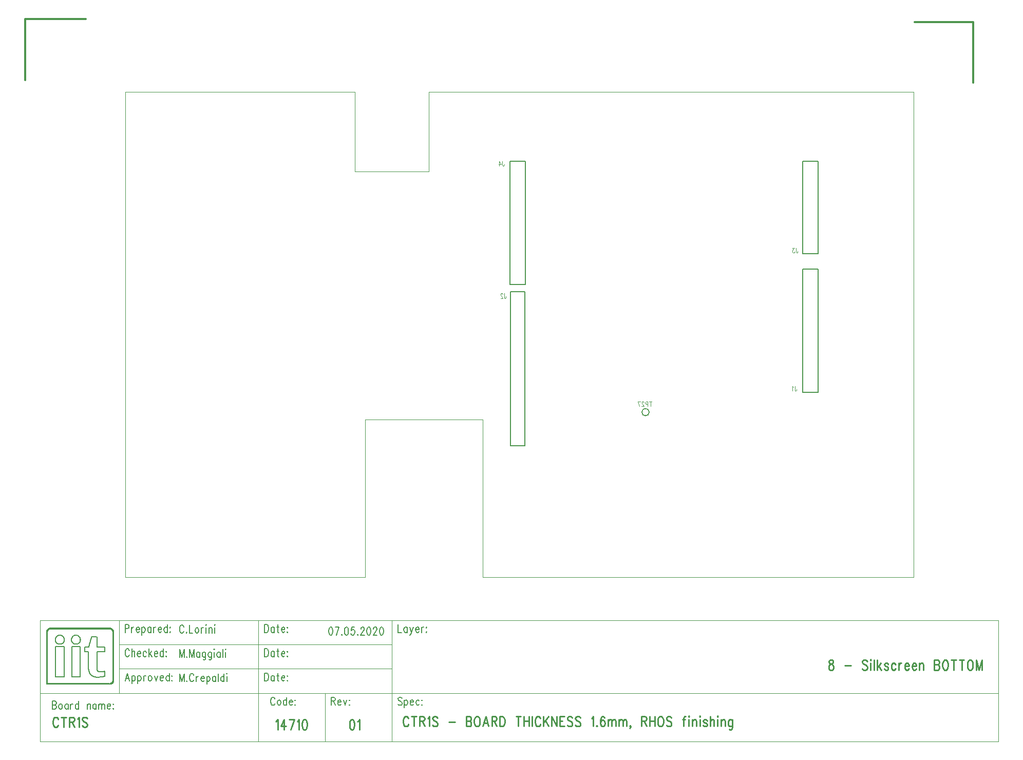
<source format=gbr>
*
*
G04 PADS VX.2.2 Build Number: 9893964 generated Gerber (RS-274-X) file*
G04 PC Version=2.1*
*
%IN "PCB_CTR1S_00.pcb"*%
*
%MOIN*%
*
%FSLAX35Y35*%
*
*
*
*
G04 PC Standard Apertures*
*
*
G04 Thermal Relief Aperture macro.*
%AMTER*
1,1,$1,0,0*
1,0,$1-$2,0,0*
21,0,$3,$4,0,0,45*
21,0,$3,$4,0,0,135*
%
*
*
G04 Annular Aperture macro.*
%AMANN*
1,1,$1,0,0*
1,0,$2,0,0*
%
*
*
G04 Odd Aperture macro.*
%AMODD*
1,1,$1,0,0*
1,0,$1-0.005,0,0*
%
*
*
G04 PC Custom Aperture Macros*
*
*
*
*
*
*
G04 PC Aperture Table*
*
%ADD010C,0.00394*%
%ADD014C,0.00591*%
%ADD016C,0.01*%
%ADD028C,0.001*%
%ADD037C,0.01181*%
%ADD052C,0.00787*%
%ADD067C,0.00591*%
%ADD068C,0.00591*%
%ADD071C,0.00472*%
*
*
*
*
G04 PC Circuitry*
G04 Layer Name PCB_CTR1S_00.pcb - circuitry*
%LPD*%
*
*
G04 PC Custom Flashes*
G04 Layer Name PCB_CTR1S_00.pcb - flashes*
%LPD*%
*
*
G04 PC Circuitry*
G04 Layer Name PCB_CTR1S_00.pcb - circuitry*
%LPD*%
*
G54D10*
G01X1749094Y1786941D02*
X1898307D01*
Y1735169*
X1946142*
Y1786941*
X2260906*
Y1471980*
X1981181*
Y1574375*
X1904803Y1574298*
Y1471980*
X1749094*
Y1786941*
X1694016Y1443965D02*
X2316063D01*
Y1365224*
X1694016*
Y1443965*
Y1396720D02*
X1745197D01*
Y1443965*
X1694016*
Y1396720*
X1745197Y1412469D02*
X1835748D01*
Y1428217*
X1745197*
Y1412469*
Y1396720D02*
X1835748D01*
Y1412469*
X1745197*
Y1396720*
X1922362D02*
X2316063D01*
Y1443965*
X1922362*
Y1396720*
Y1365224D02*
X2316063D01*
Y1396720*
X1922362*
Y1365224*
X1835748D02*
X1879055D01*
Y1396720*
X1835748*
Y1365224*
Y1428217D02*
X1922362D01*
Y1443965*
X1835748*
Y1428217*
Y1412469D02*
X1922362D01*
Y1428217*
X1835748*
Y1412469*
Y1396720D02*
X1922362D01*
Y1412469*
X1835748*
Y1396720*
G54D14*
X2089252Y1579067D02*
G75*
G03X2089252I-2362J0D01*
G01X1749134Y1441258D02*
Y1436091D01*
Y1441258D02*
X1750744D01*
X1751281Y1441012*
X1751460Y1440766*
X1751639Y1440274*
Y1439535*
X1751460Y1439043*
X1751281Y1438797*
X1750744Y1438551*
X1749134*
X1753250Y1439535D02*
Y1436091D01*
Y1438059D02*
X1753429Y1438797D01*
X1753787Y1439289*
X1754145Y1439535*
X1754681*
X1756292Y1438059D02*
X1758440D01*
Y1438551*
X1758261Y1439043*
X1758082Y1439289*
X1757724Y1439535*
X1757187*
X1756829Y1439289*
X1756471Y1438797*
X1756292Y1438059*
Y1437567*
X1756471Y1436829*
X1756829Y1436337*
X1757187Y1436091*
X1757724*
X1758082Y1436337*
X1758440Y1436829*
X1760050Y1439535D02*
Y1434368D01*
Y1438797D02*
X1760408Y1439289D01*
X1760766Y1439535*
X1761303*
X1761661Y1439289*
X1762019Y1438797*
X1762198Y1438059*
Y1437567*
X1762019Y1436829*
X1761661Y1436337*
X1761303Y1436091*
X1760766*
X1760408Y1436337*
X1760050Y1436829*
X1765956Y1439535D02*
Y1436091D01*
Y1438797D02*
X1765598Y1439289D01*
X1765240Y1439535*
X1764703*
X1764345Y1439289*
X1763987Y1438797*
X1763808Y1438059*
Y1437567*
X1763987Y1436829*
X1764345Y1436337*
X1764703Y1436091*
X1765240*
X1765598Y1436337*
X1765956Y1436829*
X1767566Y1439535D02*
Y1436091D01*
Y1438059D02*
X1767745Y1438797D01*
X1768103Y1439289*
X1768461Y1439535*
X1768998*
X1770608Y1438059D02*
X1772756D01*
Y1438551*
X1772577Y1439043*
X1772398Y1439289*
X1772040Y1439535*
X1771503*
X1771145Y1439289*
X1770787Y1438797*
X1770608Y1438059*
Y1437567*
X1770787Y1436829*
X1771145Y1436337*
X1771503Y1436091*
X1772040*
X1772398Y1436337*
X1772756Y1436829*
X1776514Y1441258D02*
Y1436091D01*
Y1438797D02*
X1776156Y1439289D01*
X1775798Y1439535*
X1775261*
X1774903Y1439289*
X1774545Y1438797*
X1774366Y1438059*
Y1437567*
X1774545Y1436829*
X1774903Y1436337*
X1775261Y1436091*
X1775798*
X1776156Y1436337*
X1776514Y1436829*
X1778304Y1439535D02*
X1778125Y1439289D01*
X1778304Y1439043*
X1778482Y1439289*
X1778304Y1439535*
Y1436583D02*
X1778125Y1436337D01*
X1778304Y1436091*
X1778482Y1436337*
X1778304Y1436583*
X1751818Y1424280D02*
X1751639Y1424772D01*
X1751281Y1425264*
X1750923Y1425510*
X1750208*
X1749850Y1425264*
X1749492Y1424772*
X1749313Y1424280*
X1749134Y1423541*
Y1422311*
X1749313Y1421573*
X1749492Y1421081*
X1749850Y1420589*
X1750208Y1420343*
X1750923*
X1751281Y1420589*
X1751639Y1421081*
X1751818Y1421573*
X1753429Y1425510D02*
Y1420343D01*
Y1422803D02*
X1753966Y1423541D01*
X1754324Y1423787*
X1754860*
X1755218Y1423541*
X1755397Y1422803*
Y1420343*
X1757008Y1422311D02*
X1759155D01*
Y1422803*
X1758976Y1423295*
X1758797Y1423541*
X1758440Y1423787*
X1757903*
X1757545Y1423541*
X1757187Y1423049*
X1757008Y1422311*
Y1421819*
X1757187Y1421081*
X1757545Y1420589*
X1757903Y1420343*
X1758440*
X1758797Y1420589*
X1759155Y1421081*
X1762913Y1423049D02*
X1762555Y1423541D01*
X1762198Y1423787*
X1761661*
X1761303Y1423541*
X1760945Y1423049*
X1760766Y1422311*
Y1421819*
X1760945Y1421081*
X1761303Y1420589*
X1761661Y1420343*
X1762198*
X1762555Y1420589*
X1762913Y1421081*
X1764524Y1425510D02*
Y1420343D01*
X1766314Y1423787D02*
X1764524Y1421327D01*
X1765240Y1422311D02*
X1766492Y1420343D01*
X1768103Y1422311D02*
X1770251D01*
Y1422803*
X1770072Y1423295*
X1769893Y1423541*
X1769535Y1423787*
X1768998*
X1768640Y1423541*
X1768282Y1423049*
X1768103Y1422311*
Y1421819*
X1768282Y1421081*
X1768640Y1420589*
X1768998Y1420343*
X1769535*
X1769893Y1420589*
X1770251Y1421081*
X1774009Y1425510D02*
Y1420343D01*
Y1423049D02*
X1773651Y1423541D01*
X1773293Y1423787*
X1772756*
X1772398Y1423541*
X1772040Y1423049*
X1771861Y1422311*
Y1421819*
X1772040Y1421081*
X1772398Y1420589*
X1772756Y1420343*
X1773293*
X1773651Y1420589*
X1774009Y1421081*
X1775798Y1423787D02*
X1775619Y1423541D01*
X1775798Y1423295*
X1775977Y1423541*
X1775798Y1423787*
Y1420835D02*
X1775619Y1420589D01*
X1775798Y1420343*
X1775977Y1420589*
X1775798Y1420835*
X1750565Y1409762D02*
X1749134Y1404594D01*
X1750565Y1409762D02*
X1751997Y1404594D01*
X1749671Y1406317D02*
X1751460D01*
X1753608Y1408039D02*
Y1402872D01*
Y1407301D02*
X1753966Y1407793D01*
X1754324Y1408039*
X1754860*
X1755218Y1407793*
X1755576Y1407301*
X1755755Y1406563*
Y1406071*
X1755576Y1405333*
X1755218Y1404841*
X1754860Y1404594*
X1754324*
X1753966Y1404841*
X1753608Y1405333*
X1757366Y1408039D02*
Y1402872D01*
Y1407301D02*
X1757724Y1407793D01*
X1758082Y1408039*
X1758618*
X1758976Y1407793*
X1759334Y1407301*
X1759513Y1406563*
Y1406071*
X1759334Y1405333*
X1758976Y1404841*
X1758618Y1404594*
X1758082*
X1757724Y1404841*
X1757366Y1405333*
X1761124Y1408039D02*
Y1404594D01*
Y1406563D02*
X1761303Y1407301D01*
X1761661Y1407793*
X1762019Y1408039*
X1762555*
X1765061D02*
X1764703Y1407793D01*
X1764345Y1407301*
X1764166Y1406563*
Y1406071*
X1764345Y1405333*
X1764703Y1404841*
X1765061Y1404594*
X1765598*
X1765956Y1404841*
X1766314Y1405333*
X1766492Y1406071*
Y1406563*
X1766314Y1407301*
X1765956Y1407793*
X1765598Y1408039*
X1765061*
X1768103D02*
X1769177Y1404594D01*
X1770251Y1408039D02*
X1769177Y1404594D01*
X1771861Y1406563D02*
X1774009D01*
Y1407055*
X1773830Y1407547*
X1773651Y1407793*
X1773293Y1408039*
X1772756*
X1772398Y1407793*
X1772040Y1407301*
X1771861Y1406563*
Y1406071*
X1772040Y1405333*
X1772398Y1404841*
X1772756Y1404594*
X1773293*
X1773651Y1404841*
X1774009Y1405333*
X1777767Y1409762D02*
Y1404594D01*
Y1407301D02*
X1777409Y1407793D01*
X1777051Y1408039*
X1776514*
X1776156Y1407793*
X1775798Y1407301*
X1775619Y1406563*
Y1406071*
X1775798Y1405333*
X1776156Y1404841*
X1776514Y1404594*
X1777051*
X1777409Y1404841*
X1777767Y1405333*
X1779556Y1408039D02*
X1779377Y1407793D01*
X1779556Y1407547*
X1779735Y1407793*
X1779556Y1408039*
Y1405087D02*
X1779377Y1404841D01*
X1779556Y1404594*
X1779735Y1404841*
X1779556Y1405087*
X1787251Y1439634D02*
X1787072Y1440126D01*
X1786714Y1440618*
X1786356Y1440864*
X1785641*
X1785283Y1440618*
X1784925Y1440126*
X1784746Y1439634*
X1784567Y1438896*
Y1437665*
X1784746Y1436927*
X1784925Y1436435*
X1785283Y1435943*
X1785641Y1435697*
X1786356*
X1786714Y1435943*
X1787072Y1436435*
X1787251Y1436927*
X1789041Y1436189D02*
X1788862Y1435943D01*
X1789041Y1435697*
X1789220Y1435943*
X1789041Y1436189*
X1790830Y1440864D02*
Y1435697D01*
X1792978*
X1795483Y1439142D02*
X1795125Y1438896D01*
X1794767Y1438404*
X1794588Y1437665*
Y1437173*
X1794767Y1436435*
X1795125Y1435943*
X1795483Y1435697*
X1796020*
X1796378Y1435943*
X1796736Y1436435*
X1796915Y1437173*
Y1437665*
X1796736Y1438404*
X1796378Y1438896*
X1796020Y1439142*
X1795483*
X1798525D02*
Y1435697D01*
Y1437665D02*
X1798704Y1438404D01*
X1799062Y1438896*
X1799420Y1439142*
X1799957*
X1801568Y1440864D02*
X1801747Y1440618D01*
X1801926Y1440864*
X1801747Y1441110*
X1801568Y1440864*
X1801747Y1439142D02*
Y1435697D01*
X1803536Y1439142D02*
Y1435697D01*
Y1438157D02*
X1804073Y1438896D01*
X1804431Y1439142*
X1804968*
X1805326Y1438896*
X1805505Y1438157*
Y1435697*
X1807115Y1440864D02*
X1807294Y1440618D01*
X1807473Y1440864*
X1807294Y1441110*
X1807115Y1440864*
X1807294Y1439142D02*
Y1435697D01*
X1784567Y1425116D02*
Y1419949D01*
Y1425116D02*
X1785999Y1419949D01*
X1787430Y1425116D02*
X1785999Y1419949D01*
X1787430Y1425116D02*
Y1419949D01*
X1789220Y1420441D02*
X1789041Y1420195D01*
X1789220Y1419949*
X1789399Y1420195*
X1789220Y1420441*
X1791009Y1425116D02*
Y1419949D01*
Y1425116D02*
X1792441Y1419949D01*
X1793873Y1425116D02*
X1792441Y1419949D01*
X1793873Y1425116D02*
Y1419949D01*
X1797631Y1423394D02*
Y1419949D01*
Y1422656D02*
X1797273Y1423148D01*
X1796915Y1423394*
X1796378*
X1796020Y1423148*
X1795662Y1422656*
X1795483Y1421917*
Y1421425*
X1795662Y1420687*
X1796020Y1420195*
X1796378Y1419949*
X1796915*
X1797273Y1420195*
X1797631Y1420687*
X1801389Y1423394D02*
Y1419457D01*
X1801210Y1418719*
X1801031Y1418472*
X1800673Y1418226*
X1800136*
X1799778Y1418472*
X1801389Y1422656D02*
X1801031Y1423148D01*
X1800673Y1423394*
X1800136*
X1799778Y1423148*
X1799420Y1422656*
X1799241Y1421917*
Y1421425*
X1799420Y1420687*
X1799778Y1420195*
X1800136Y1419949*
X1800673*
X1801031Y1420195*
X1801389Y1420687*
X1805147Y1423394D02*
Y1419457D01*
X1804968Y1418719*
X1804789Y1418472*
X1804431Y1418226*
X1803894*
X1803536Y1418472*
X1805147Y1422656D02*
X1804789Y1423148D01*
X1804431Y1423394*
X1803894*
X1803536Y1423148*
X1803178Y1422656*
X1802999Y1421917*
Y1421425*
X1803178Y1420687*
X1803536Y1420195*
X1803894Y1419949*
X1804431*
X1804789Y1420195*
X1805147Y1420687*
X1806757Y1425116D02*
X1806936Y1424870D01*
X1807115Y1425116*
X1806936Y1425362*
X1806757Y1425116*
X1806936Y1423394D02*
Y1419949D01*
X1810873Y1423394D02*
Y1419949D01*
Y1422656D02*
X1810515Y1423148D01*
X1810157Y1423394*
X1809621*
X1809263Y1423148*
X1808905Y1422656*
X1808726Y1421917*
Y1421425*
X1808905Y1420687*
X1809263Y1420195*
X1809621Y1419949*
X1810157*
X1810515Y1420195*
X1810873Y1420687*
X1812484Y1425116D02*
Y1419949D01*
X1814094Y1425116D02*
X1814273Y1424870D01*
X1814452Y1425116*
X1814273Y1425362*
X1814094Y1425116*
X1814273Y1423394D02*
Y1419949D01*
X1926299Y1441258D02*
Y1436091D01*
X1928447*
X1932205Y1439535D02*
Y1436091D01*
Y1438797D02*
X1931847Y1439289D01*
X1931489Y1439535*
X1930952*
X1930594Y1439289*
X1930236Y1438797*
X1930057Y1438059*
Y1437567*
X1930236Y1436829*
X1930594Y1436337*
X1930952Y1436091*
X1931489*
X1931847Y1436337*
X1932205Y1436829*
X1933994Y1439535D02*
X1935068Y1436091D01*
X1936142Y1439535D02*
X1935068Y1436091D01*
X1934710Y1435106*
X1934352Y1434614*
X1933994Y1434368*
X1933815*
X1937752Y1438059D02*
X1939900D01*
Y1438551*
X1939721Y1439043*
X1939542Y1439289*
X1939184Y1439535*
X1938647*
X1938289Y1439289*
X1937931Y1438797*
X1937752Y1438059*
Y1437567*
X1937931Y1436829*
X1938289Y1436337*
X1938647Y1436091*
X1939184*
X1939542Y1436337*
X1939900Y1436829*
X1941510Y1439535D02*
Y1436091D01*
Y1438059D02*
X1941689Y1438797D01*
X1942047Y1439289*
X1942405Y1439535*
X1942942*
X1944732D02*
X1944553Y1439289D01*
X1944732Y1439043*
X1944911Y1439289*
X1944732Y1439535*
Y1436583D02*
X1944553Y1436337D01*
X1944732Y1436091*
X1944911Y1436337*
X1944732Y1436583*
X1701929Y1391463D02*
Y1386295D01*
Y1391463D02*
X1703540D01*
X1704077Y1391217*
X1704256Y1390970*
X1704434Y1390478*
X1704434D02*
Y1389986D01*
X1704434D02*
X1704256Y1389494D01*
X1704077Y1389248*
X1703540Y1389002*
X1701929D02*
X1703540D01*
X1704077Y1388756*
X1704256Y1388510*
X1704434Y1388018*
X1704434D02*
Y1387280D01*
X1704434D02*
X1704256Y1386787D01*
X1704077Y1386541*
X1703540Y1386295*
X1701929*
X1706940Y1389740D02*
X1706582Y1389494D01*
X1706224Y1389002*
X1706045Y1388264*
Y1387772*
X1706224Y1387033*
X1706582Y1386541*
X1706940Y1386295*
X1707477*
X1707835Y1386541*
X1708193Y1387033*
X1708372Y1387772*
Y1388264*
X1708193Y1389002*
X1707835Y1389494*
X1707477Y1389740*
X1706940*
X1712130D02*
Y1386295D01*
Y1389002D02*
X1711772Y1389494D01*
X1711414Y1389740*
X1710877*
X1710519Y1389494*
X1710161Y1389002*
X1709982Y1388264*
Y1387772*
X1710161Y1387033*
X1710519Y1386541*
X1710877Y1386295*
X1711414*
X1711772Y1386541*
X1712130Y1387033*
X1713740Y1389740D02*
Y1386295D01*
Y1388264D02*
X1713919Y1389002D01*
X1714277Y1389494*
X1714635Y1389740*
X1715172*
X1718930Y1391463D02*
Y1386295D01*
Y1389002D02*
X1718572Y1389494D01*
X1718214Y1389740*
X1717677*
X1717319Y1389494*
X1716961Y1389002*
X1716782Y1388264*
Y1387772*
X1716961Y1387033*
X1717319Y1386541*
X1717677Y1386295*
X1718214*
X1718572Y1386541*
X1718930Y1387033*
X1724656Y1389740D02*
Y1386295D01*
Y1388756D02*
X1725193Y1389494D01*
X1725551Y1389740*
X1726088*
X1726446Y1389494*
X1726625Y1388756*
Y1386295*
X1730383Y1389740D02*
Y1386295D01*
Y1389002D02*
X1730025Y1389494D01*
X1729667Y1389740*
X1729130*
X1728772Y1389494*
X1728414Y1389002*
X1728236Y1388264*
X1728236D02*
Y1387772D01*
X1728236D02*
X1728414Y1387033D01*
X1728772Y1386541*
X1729130Y1386295*
X1729667*
X1730025Y1386541*
X1730383Y1387033*
X1731994Y1389740D02*
Y1386295D01*
Y1388756D02*
X1732530Y1389494D01*
X1732888Y1389740*
X1733425*
X1733783Y1389494*
X1733962Y1388756*
Y1386295*
Y1388756D02*
X1734499Y1389494D01*
X1734857Y1389740*
X1735394*
X1735752Y1389494*
X1735931Y1388756*
Y1386295*
X1737541Y1388264D02*
X1739689D01*
Y1388756*
X1739510Y1389248*
X1739331Y1389494*
X1738973Y1389740*
X1738436*
X1738078Y1389494*
X1737720Y1389002*
X1737541Y1388264*
Y1387772*
X1737720Y1387033*
X1738078Y1386541*
X1738436Y1386295*
X1738973*
X1739331Y1386541*
X1739689Y1387033*
X1741478Y1389740D02*
X1741299Y1389494D01*
X1741478Y1389248*
X1741657Y1389494*
X1741478Y1389740*
Y1386787D02*
X1741299Y1386541D01*
X1741478Y1386295*
X1741657Y1386541*
X1741478Y1386787*
X1846306Y1392783D02*
X1846127Y1393276D01*
X1845770Y1393768*
X1845412Y1394014*
X1844696*
X1844338Y1393768*
X1843980Y1393276*
X1843801Y1392783*
X1843622Y1392045*
Y1390815*
X1843801Y1390077*
X1843980Y1389585*
X1844338Y1389093*
X1844696Y1388846*
X1845412*
X1845770Y1389093*
X1846127Y1389585*
X1846306Y1390077*
X1848812Y1392291D02*
X1848454Y1392045D01*
X1848096Y1391553*
X1847917Y1390815*
Y1390323*
X1848096Y1389585*
X1848454Y1389093*
X1848812Y1388846*
X1849349*
X1849707Y1389093*
X1850064Y1389585*
X1850243Y1390323*
Y1390815*
X1850064Y1391553*
X1849707Y1392045*
X1849349Y1392291*
X1848812*
X1854001Y1394014D02*
Y1388846D01*
Y1391553D02*
X1853644Y1392045D01*
X1853286Y1392291*
X1852749*
X1852391Y1392045*
X1852033Y1391553*
X1851854Y1390815*
Y1390323*
X1852033Y1389585*
X1852391Y1389093*
X1852749Y1388846*
X1853286*
X1853644Y1389093*
X1854001Y1389585*
X1855612Y1390815D02*
X1857759D01*
Y1391307*
X1857581Y1391799*
X1857402Y1392045*
X1857044Y1392291*
X1856507*
X1856149Y1392045*
X1855791Y1391553*
X1855612Y1390815*
Y1390323*
X1855791Y1389585*
X1856149Y1389093*
X1856507Y1388846*
X1857044*
X1857402Y1389093*
X1857759Y1389585*
X1859549Y1392291D02*
X1859370Y1392045D01*
X1859549Y1391799*
X1859728Y1392045*
X1859549Y1392291*
Y1389339D02*
X1859370Y1389093D01*
X1859549Y1388846*
X1859728Y1389093*
X1859549Y1389339*
X1882992Y1394014D02*
Y1388846D01*
Y1394014D02*
X1884603D01*
X1885140Y1393768*
X1885319Y1393522*
X1885497Y1393030*
Y1392537*
X1885319Y1392045*
X1885140Y1391799*
X1884603Y1391553*
X1882992*
X1884245D02*
X1885497Y1388846D01*
X1887108Y1390815D02*
X1889256D01*
Y1391307*
X1889077Y1391799*
X1888898Y1392045*
X1888540Y1392291*
X1888003*
X1887645Y1392045*
X1887287Y1391553*
X1887108Y1390815*
Y1390323*
X1887287Y1389585*
X1887645Y1389093*
X1888003Y1388846*
X1888540*
X1888898Y1389093*
X1889256Y1389585*
X1890866Y1392291D02*
X1891940Y1388846D01*
X1893014Y1392291D02*
X1891940Y1388846D01*
X1894803Y1392291D02*
X1894624Y1392045D01*
X1894803Y1391799*
X1894982Y1392045*
X1894803Y1392291*
Y1389339D02*
X1894624Y1389093D01*
X1894803Y1388846*
X1894982Y1389093*
X1894803Y1389339*
X1928805Y1393276D02*
X1928447Y1393768D01*
X1927910Y1394014*
X1927194*
X1926657Y1393768*
X1926299Y1393276*
Y1392783*
X1926478Y1392291*
X1926657Y1392045*
X1927015Y1391799*
X1928089Y1391307*
X1928447Y1391061*
X1928626Y1390815*
X1928805Y1390323*
Y1389585*
X1928447Y1389093*
X1927910Y1388846*
X1927194*
X1926657Y1389093*
X1926299Y1389585*
X1930415Y1392291D02*
Y1387124D01*
Y1391553D02*
X1930773Y1392045D01*
X1931131Y1392291*
X1931668*
X1932026Y1392045*
X1932384Y1391553*
X1932563Y1390815*
Y1390323*
X1932384Y1389585*
X1932026Y1389093*
X1931668Y1388846*
X1931131*
X1930773Y1389093*
X1930415Y1389585*
X1934173Y1390815D02*
X1936321D01*
Y1391307*
X1936142Y1391799*
X1935963Y1392045*
X1935605Y1392291*
X1935068*
X1934710Y1392045*
X1934352Y1391553*
X1934173Y1390815*
Y1390323*
X1934352Y1389585*
X1934710Y1389093*
X1935068Y1388846*
X1935605*
X1935963Y1389093*
X1936321Y1389585*
X1940079Y1391553D02*
X1939721Y1392045D01*
X1939363Y1392291*
X1938826*
X1938468Y1392045*
X1938110Y1391553*
X1937931Y1390815*
Y1390323*
X1938110Y1389585*
X1938468Y1389093*
X1938826Y1388846*
X1939363*
X1939721Y1389093*
X1940079Y1389585*
X1941868Y1392291D02*
X1941689Y1392045D01*
X1941868Y1391799*
X1942047Y1392045*
X1941868Y1392291*
Y1389339D02*
X1941689Y1389093D01*
X1941868Y1388846*
X1942047Y1389093*
X1941868Y1389339*
X1839685Y1441258D02*
Y1436091D01*
Y1441258D02*
X1840938D01*
X1841475Y1441012*
X1841832Y1440520*
X1842011Y1440028*
X1842190Y1439289*
Y1438059*
X1842011Y1437321*
X1841832Y1436829*
X1841475Y1436337*
X1840938Y1436091*
X1839685*
X1845948Y1439535D02*
Y1436091D01*
Y1438797D02*
X1845591Y1439289D01*
X1845233Y1439535*
X1844696*
X1844338Y1439289*
X1843980Y1438797*
X1843801Y1438059*
Y1437567*
X1843980Y1436829*
X1844338Y1436337*
X1844696Y1436091*
X1845233*
X1845591Y1436337*
X1845948Y1436829*
X1848096Y1441258D02*
Y1437075D01*
X1848275Y1436337*
X1848633Y1436091*
X1848991*
X1847559Y1439535D02*
X1848812D01*
X1850601Y1438059D02*
X1852749D01*
Y1438551*
X1852570Y1439043*
X1852391Y1439289*
X1852033Y1439535*
X1851496*
X1851138Y1439289*
X1850780Y1438797*
X1850601Y1438059*
Y1437567*
X1850780Y1436829*
X1851138Y1436337*
X1851496Y1436091*
X1852033*
X1852391Y1436337*
X1852749Y1436829*
X1854538Y1439535D02*
X1854359Y1439289D01*
X1854538Y1439043*
X1854717Y1439289*
X1854538Y1439535*
Y1436583D02*
X1854359Y1436337D01*
X1854538Y1436091*
X1854717Y1436337*
X1854538Y1436583*
X1839685Y1425510D02*
Y1420343D01*
Y1425510D02*
X1840938D01*
X1841475Y1425264*
X1841832Y1424772*
X1842011Y1424280*
X1842190Y1423541*
Y1422311*
X1842011Y1421573*
X1841832Y1421081*
X1841475Y1420589*
X1840938Y1420343*
X1839685*
X1845948Y1423787D02*
Y1420343D01*
Y1423049D02*
X1845591Y1423541D01*
X1845233Y1423787*
X1844696*
X1844338Y1423541*
X1843980Y1423049*
X1843801Y1422311*
Y1421819*
X1843980Y1421081*
X1844338Y1420589*
X1844696Y1420343*
X1845233*
X1845591Y1420589*
X1845948Y1421081*
X1848096Y1425510D02*
Y1421327D01*
X1848275Y1420589*
X1848633Y1420343*
X1848991*
X1847559Y1423787D02*
X1848812D01*
X1850601Y1422311D02*
X1852749D01*
Y1422803*
X1852570Y1423295*
X1852391Y1423541*
X1852033Y1423787*
X1851496*
X1851138Y1423541*
X1850780Y1423049*
X1850601Y1422311*
Y1421819*
X1850780Y1421081*
X1851138Y1420589*
X1851496Y1420343*
X1852033*
X1852391Y1420589*
X1852749Y1421081*
X1854538Y1423787D02*
X1854359Y1423541D01*
X1854538Y1423295*
X1854717Y1423541*
X1854538Y1423787*
Y1420835D02*
X1854359Y1420589D01*
X1854538Y1420343*
X1854717Y1420589*
X1854538Y1420835*
X1839685Y1409762D02*
Y1404594D01*
Y1409762D02*
X1840938D01*
X1841475Y1409516*
X1841832Y1409024*
X1842011Y1408532*
X1842011D02*
X1842190Y1407793D01*
Y1406563*
X1842011Y1405825*
X1841832Y1405333*
X1841475Y1404841*
X1840938Y1404594*
X1839685*
X1845948Y1408039D02*
Y1404594D01*
Y1407301D02*
X1845591Y1407793D01*
X1845233Y1408039*
X1844696*
X1844338Y1407793*
X1843980Y1407301*
X1843801Y1406563*
Y1406071*
X1843980Y1405333*
X1844338Y1404841*
X1844696Y1404594*
X1845233*
X1845591Y1404841*
X1845948Y1405333*
X1848096Y1409762D02*
Y1405579D01*
X1848275Y1404841*
X1848633Y1404594*
X1848991*
X1847559Y1408039D02*
X1848812D01*
X1850601Y1406563D02*
X1852749D01*
Y1407055*
X1852570Y1407547*
X1852391Y1407793*
X1852033Y1408039*
X1851496*
X1851138Y1407793*
X1850780Y1407301*
X1850601Y1406563*
Y1406071*
X1850780Y1405333*
X1851138Y1404841*
X1851496Y1404594*
X1852033*
X1852391Y1404841*
X1852749Y1405333*
X1854538Y1408039D02*
X1854359Y1407793D01*
X1854538Y1407547*
X1854717Y1407793*
X1854538Y1408039*
Y1405087D02*
X1854359Y1404841D01*
X1854538Y1404594*
X1854717Y1404841*
X1854538Y1405087*
G54D16*
X1933015Y1380130D02*
X1932788Y1380755D01*
X1932334Y1381380*
X1931879Y1381692*
X1930970*
X1930515Y1381380*
X1930061Y1380755*
X1929834Y1380130*
X1929606Y1379192*
Y1377630*
X1929834Y1376692*
X1930061Y1376067*
X1930515Y1375442*
X1930970Y1375130*
X1931879*
X1932334Y1375442*
X1932788Y1376067*
X1933015Y1376692*
X1936652Y1381692D02*
Y1375130D01*
X1935061Y1381692D02*
X1938243D01*
X1940288D02*
Y1375130D01*
Y1381692D02*
X1942334D01*
X1943015Y1381380*
X1943243Y1381067*
X1943470Y1380442*
Y1379817*
X1943243Y1379192*
X1943015Y1378880*
X1942334Y1378567*
X1940288*
X1941879D02*
X1943470Y1375130D01*
X1945515Y1380442D02*
X1945970Y1380755D01*
X1946652Y1381692*
Y1375130*
X1951879Y1380755D02*
X1951424Y1381380D01*
X1950743Y1381692*
X1949834*
X1949152Y1381380*
X1948697Y1380755*
Y1380130*
X1948924Y1379505*
X1949152Y1379192*
X1949606Y1378880*
X1950970Y1378255*
X1951424Y1377942*
X1951652Y1377630*
X1951879Y1377005*
Y1376067*
X1951424Y1375442*
X1950743Y1375130*
X1949834*
X1949152Y1375442*
X1948697Y1376067*
X1959152Y1377942D02*
X1963243D01*
X1970515Y1381692D02*
Y1375130D01*
Y1381692D02*
X1972561D01*
X1973243Y1381380*
X1973470Y1381067*
X1973697Y1380442*
Y1379817*
X1973470Y1379192*
X1973243Y1378880*
X1972561Y1378567*
X1970515D02*
X1972561D01*
X1973243Y1378255*
X1973470Y1377942*
X1973697Y1377317*
Y1376380*
X1973470Y1375755*
X1973243Y1375442*
X1972561Y1375130*
X1970515*
X1977106Y1381692D02*
X1976652Y1381380D01*
X1976197Y1380755*
X1975970Y1380130*
X1975743Y1379192*
Y1377630*
X1975970Y1376692*
X1976197Y1376067*
X1976652Y1375442*
X1977106Y1375130*
X1978015*
X1978470Y1375442*
X1978924Y1376067*
X1979152Y1376692*
X1979379Y1377630*
Y1379192*
X1979152Y1380130*
X1978924Y1380755*
X1978470Y1381380*
X1978015Y1381692*
X1977106*
X1983243D02*
X1981424Y1375130D01*
X1983243Y1381692D02*
X1985061Y1375130D01*
X1982106Y1377317D02*
X1984379D01*
X1987106Y1381692D02*
Y1375130D01*
Y1381692D02*
X1989152D01*
X1989834Y1381380*
X1990061Y1381067*
X1990288Y1380442*
Y1379817*
X1990061Y1379192*
X1989834Y1378880*
X1989152Y1378567*
X1987106*
X1988697D02*
X1990288Y1375130D01*
X1992334Y1381692D02*
Y1375130D01*
Y1381692D02*
X1993924D01*
X1994606Y1381380*
X1995061Y1380755*
X1995288Y1380130*
X1995515Y1379192*
Y1377630*
X1995288Y1376692*
X1995061Y1376067*
X1994606Y1375442*
X1993924Y1375130*
X1992334*
X2004379Y1381692D02*
Y1375130D01*
X2002788Y1381692D02*
X2005970D01*
X2008015D02*
Y1375130D01*
X2011197Y1381692D02*
Y1375130D01*
X2008015Y1378567D02*
X2011197D01*
X2013243Y1381692D02*
Y1375130D01*
X2018697Y1380130D02*
X2018470Y1380755D01*
X2018015Y1381380*
X2017561Y1381692*
X2016652*
X2016197Y1381380*
X2015743Y1380755*
X2015515Y1380130*
X2015288Y1379192*
Y1377630*
X2015515Y1376692*
X2015743Y1376067*
X2016197Y1375442*
X2016652Y1375130*
X2017561*
X2018015Y1375442*
X2018470Y1376067*
X2018697Y1376692*
X2020743Y1381692D02*
Y1375130D01*
X2023924Y1381692D02*
X2020743Y1377317D01*
X2021879Y1378880D02*
X2023924Y1375130D01*
X2025970Y1381692D02*
Y1375130D01*
Y1381692D02*
X2029152Y1375130D01*
Y1381692D02*
Y1375130D01*
X2031197Y1381692D02*
Y1375130D01*
Y1381692D02*
X2034152D01*
X2031197Y1378567D02*
X2033015D01*
X2031197Y1375130D02*
X2034152D01*
X2039379Y1380755D02*
X2038924Y1381380D01*
X2038243Y1381692*
X2037334*
X2036652Y1381380*
X2036197Y1380755*
Y1380130*
X2036424Y1379505*
X2036652Y1379192*
X2037106Y1378880*
X2038470Y1378255*
X2038924Y1377942*
X2039152Y1377630*
X2039379Y1377005*
Y1376067*
X2038924Y1375442*
X2038243Y1375130*
X2037334*
X2036652Y1375442*
X2036197Y1376067*
X2044606Y1380755D02*
X2044152Y1381380D01*
X2043470Y1381692*
X2042561*
X2041879Y1381380*
X2041424Y1380755*
Y1380130*
X2041652Y1379505*
X2041879Y1379192*
X2042334Y1378880*
X2043697Y1378255*
X2044152Y1377942*
X2044379Y1377630*
X2044606Y1377005*
Y1376067*
X2044152Y1375442*
X2043470Y1375130*
X2042561*
X2041879Y1375442*
X2041424Y1376067*
X2051879Y1380442D02*
X2052334Y1380755D01*
X2053015Y1381692*
Y1375130*
X2055288Y1375755D02*
X2055061Y1375442D01*
X2055288Y1375130*
X2055515Y1375442*
X2055288Y1375755*
X2060288Y1380755D02*
X2060061Y1381380D01*
X2059379Y1381692*
X2058924*
X2058243Y1381380*
X2057788Y1380442*
X2057561Y1378880*
Y1377317*
X2057788Y1376067*
X2058243Y1375442*
X2058924Y1375130*
X2059152*
X2059834Y1375442*
X2060288Y1376067*
X2060515Y1377005*
Y1377317*
X2060288Y1378255*
X2059834Y1378880*
X2059152Y1379192*
X2058924*
X2058243Y1378880*
X2057788Y1378255*
X2057561Y1377317*
X2062561Y1379505D02*
Y1375130D01*
Y1378255D02*
X2063243Y1379192D01*
X2063697Y1379505*
X2064379*
X2064834Y1379192*
X2065061Y1378255*
Y1375130*
Y1378255D02*
X2065743Y1379192D01*
X2066197Y1379505*
X2066879*
X2067334Y1379192*
X2067561Y1378255*
Y1375130*
X2069606Y1379505D02*
Y1375130D01*
Y1378255D02*
X2070288Y1379192D01*
X2070743Y1379505*
X2071424*
X2071879Y1379192*
X2072106Y1378255*
Y1375130*
Y1378255D02*
X2072788Y1379192D01*
X2073243Y1379505*
X2073924*
X2074379Y1379192*
X2074606Y1378255*
Y1375130*
X2077106Y1375442D02*
X2076879Y1375130D01*
X2076652Y1375442*
X2076879Y1375755*
X2077106Y1375442*
Y1374817*
X2076879Y1374192*
X2076652Y1373880*
X2084379Y1381692D02*
Y1375130D01*
Y1381692D02*
X2086424D01*
X2087106Y1381380*
X2087334Y1381067*
X2087561Y1380442*
Y1379817*
X2087334Y1379192*
X2087106Y1378880*
X2086424Y1378567*
X2084379*
X2085970D02*
X2087561Y1375130D01*
X2089606Y1381692D02*
Y1375130D01*
X2092788Y1381692D02*
Y1375130D01*
X2089606Y1378567D02*
X2092788D01*
X2096197Y1381692D02*
X2095743Y1381380D01*
X2095288Y1380755*
X2095061Y1380130*
X2094834Y1379192*
Y1377630*
X2095061Y1376692*
X2095288Y1376067*
X2095743Y1375442*
X2096197Y1375130*
X2097106*
X2097561Y1375442*
X2098015Y1376067*
X2098243Y1376692*
X2098470Y1377630*
Y1379192*
X2098243Y1380130*
X2098015Y1380755*
X2097561Y1381380*
X2097106Y1381692*
X2096197*
X2103697Y1380755D02*
X2103243Y1381380D01*
X2102561Y1381692*
X2101652*
X2100970Y1381380*
X2100515Y1380755*
Y1380130*
X2100743Y1379505*
X2100970Y1379192*
X2101424Y1378880*
X2102788Y1378255*
X2103243Y1377942*
X2103470Y1377630*
X2103697Y1377005*
Y1376067*
X2103243Y1375442*
X2102561Y1375130*
X2101652*
X2100970Y1375442*
X2100515Y1376067*
X2112788Y1381692D02*
X2112334D01*
X2111879Y1381380*
X2111652Y1380442*
Y1375130*
X2110970Y1379505D02*
X2112561D01*
X2114834Y1381692D02*
X2115061Y1381380D01*
X2115288Y1381692*
X2115061Y1382005*
X2114834Y1381692*
X2115061Y1379505D02*
Y1375130D01*
X2117334Y1379505D02*
Y1375130D01*
Y1378255D02*
X2118015Y1379192D01*
X2118470Y1379505*
X2119152*
X2119606Y1379192*
X2119834Y1378255*
Y1375130*
X2121879Y1381692D02*
X2122106Y1381380D01*
X2122334Y1381692*
X2122106Y1382005*
X2121879Y1381692*
X2122106Y1379505D02*
Y1375130D01*
X2126879Y1378567D02*
X2126652Y1379192D01*
X2125970Y1379505*
X2125288*
X2124606Y1379192*
X2124379Y1378567*
X2124606Y1377942*
X2125061Y1377630*
X2126197Y1377317*
X2126652Y1377005*
X2126879Y1376380*
Y1376067*
X2126652Y1375442*
X2125970Y1375130*
X2125288*
X2124606Y1375442*
X2124379Y1376067*
X2128924Y1381692D02*
Y1375130D01*
Y1378255D02*
X2129606Y1379192D01*
X2130061Y1379505*
X2130743*
X2131197Y1379192*
X2131424Y1378255*
Y1375130*
X2133470Y1381692D02*
X2133697Y1381380D01*
X2133924Y1381692*
X2133697Y1382005*
X2133470Y1381692*
X2133697Y1379505D02*
Y1375130D01*
X2135970Y1379505D02*
Y1375130D01*
Y1378255D02*
X2136652Y1379192D01*
X2137106Y1379505*
X2137788*
X2138243Y1379192*
X2138470Y1378255*
Y1375130*
X2143243Y1379505D02*
Y1374505D01*
X2143015Y1373567*
X2142788Y1373255*
X2142334Y1372942*
X2141652*
X2141197Y1373255*
X2143243Y1378567D02*
X2142788Y1379192D01*
X2142334Y1379505*
X2141652*
X2141197Y1379192*
X2140743Y1378567*
X2140515Y1377630*
Y1377005*
X2140743Y1376067*
X2141197Y1375442*
X2141652Y1375130*
X2142334*
X2142788Y1375442*
X2143243Y1376067*
X1705653Y1379539D02*
X1705426Y1380164D01*
X1704971Y1380789*
X1704517Y1381102*
X1703608*
X1703153Y1380789*
X1702699Y1380164*
X1702471Y1379539*
X1702244Y1378602*
Y1377039*
X1702471Y1376102*
X1702699Y1375477*
X1703153Y1374852*
X1703608Y1374539*
X1704517*
X1704971Y1374852*
X1705426Y1375477*
X1705653Y1376102*
X1709290Y1381102D02*
Y1374539D01*
X1707699Y1381102D02*
X1710880D01*
X1712926D02*
Y1374539D01*
Y1381102D02*
X1714971D01*
X1715653Y1380789*
X1715880Y1380477*
X1716108Y1379852*
Y1379227*
X1715880Y1378602*
X1715653Y1378289*
X1714971Y1377977*
X1712926*
X1714517D02*
X1716108Y1374539D01*
X1718153Y1379852D02*
X1718608Y1380164D01*
X1719290Y1381102*
Y1374539*
X1724517Y1380164D02*
X1724062Y1380789D01*
X1723380Y1381102*
X1722471*
X1721790Y1380789*
X1721335Y1380164*
Y1379539*
X1721562Y1378914*
X1721790Y1378602*
X1722244Y1378289*
X1723608Y1377664*
X1724062Y1377352*
X1724290Y1377039*
X1724517Y1376414*
Y1375477*
X1724062Y1374852*
X1723380Y1374539*
X1722471*
X1721790Y1374852*
X1721335Y1375477*
X1846969Y1378411D02*
X1847423Y1378723D01*
X1848105Y1379661*
Y1373098*
X1852423Y1379661D02*
X1850150Y1375286D01*
X1853559*
X1852423Y1379661D02*
Y1373098D01*
X1858787Y1379661D02*
X1856514Y1373098D01*
X1855605Y1379661D02*
X1858787D01*
X1860832Y1378411D02*
X1861287Y1378723D01*
X1861969Y1379661*
X1861969D02*
Y1373098D01*
X1865378Y1379661D02*
X1864696Y1379348D01*
X1864241Y1378411*
X1864014Y1376848*
Y1375911*
X1864241Y1374348*
X1864696Y1373411*
X1865378Y1373098*
X1865832*
X1866514Y1373411*
X1866969Y1374348*
X1866969D02*
X1867196Y1375911D01*
Y1376848*
X1866969Y1378411*
X1866969D02*
X1866514Y1379348D01*
X1865832Y1379661*
X1865378*
X1896167D02*
X1895485Y1379348D01*
X1895030Y1378411*
X1894803Y1376848*
Y1375911*
X1895030Y1374348*
X1895485Y1373411*
X1896167Y1373098*
X1896621*
X1897303Y1373411*
X1897758Y1374348*
X1897985Y1375911*
Y1376848*
X1897758Y1378411*
X1897303Y1379348*
X1896621Y1379661*
X1896167*
X1900030Y1378411D02*
X1900485Y1378723D01*
X1901167Y1379661*
Y1373098*
X2206924Y1418307D02*
X2206242Y1417994D01*
X2206015Y1417369*
Y1416744*
X2206242Y1416119*
X2206696Y1415807*
X2207606Y1415494*
X2208287Y1415182*
X2208742Y1414557*
X2208969Y1413932*
Y1412994*
X2208742Y1412369*
X2208515Y1412057*
X2207833Y1411744*
X2206924*
X2206242Y1412057*
X2206015Y1412369*
X2205787Y1412994*
Y1413932*
X2206015Y1414557*
X2206469Y1415182*
X2207151Y1415494*
X2208060Y1415807*
X2208515Y1416119*
X2208742Y1416744*
Y1417369*
X2208515Y1417994*
X2207833Y1418307*
X2206924*
X2216242Y1414557D02*
X2220333D01*
X2230787Y1417369D02*
X2230333Y1417994D01*
X2229651Y1418307*
X2228742*
X2228060Y1417994*
X2227606Y1417369*
Y1416744*
X2227833Y1416119*
X2228060Y1415807*
X2228515Y1415494*
X2229878Y1414869*
X2230333Y1414557*
X2230560Y1414244*
X2230787Y1413619*
Y1412682*
X2230333Y1412057*
X2229651Y1411744*
X2228742*
X2228060Y1412057*
X2227606Y1412682*
X2232833Y1418307D02*
X2233060Y1417994D01*
X2233287Y1418307*
X2233060Y1418619*
X2232833Y1418307*
X2233060Y1416119D02*
Y1411744D01*
X2235333Y1418307D02*
Y1411744D01*
X2237378Y1418307D02*
Y1411744D01*
X2239651Y1416119D02*
X2237378Y1412994D01*
X2238287Y1414244D02*
X2239878Y1411744D01*
X2244424Y1415182D02*
X2244196Y1415807D01*
X2243515Y1416119*
X2242833*
X2242151Y1415807*
X2241924Y1415182*
X2242151Y1414557*
X2242606Y1414244*
X2243742Y1413932*
X2244196Y1413619*
X2244424Y1412994*
Y1412682*
X2244196Y1412057*
X2243515Y1411744*
X2242833*
X2242151Y1412057*
X2241924Y1412682*
X2249196Y1415182D02*
X2248742Y1415807D01*
X2248287Y1416119*
X2247606*
X2247151Y1415807*
X2246696Y1415182*
X2246469Y1414244*
Y1413619*
X2246696Y1412682*
X2247151Y1412057*
X2247606Y1411744*
X2248287*
X2248742Y1412057*
X2249196Y1412682*
X2251242Y1416119D02*
Y1411744D01*
Y1414244D02*
X2251469Y1415182D01*
X2251924Y1415807*
X2252378Y1416119*
X2253060*
X2255106Y1414244D02*
X2257833D01*
Y1414869*
X2257606Y1415494*
X2257378Y1415807*
X2256924Y1416119*
X2256242*
X2255787Y1415807*
X2255333Y1415182*
X2255106Y1414244*
Y1413619*
X2255333Y1412682*
X2255787Y1412057*
X2256242Y1411744*
X2256924*
X2257378Y1412057*
X2257833Y1412682*
X2259878Y1414244D02*
X2262606D01*
Y1414869*
X2262378Y1415494*
X2262151Y1415807*
X2261696Y1416119*
X2261015*
X2260560Y1415807*
X2260106Y1415182*
X2259878Y1414244*
Y1413619*
X2260106Y1412682*
X2260560Y1412057*
X2261015Y1411744*
X2261696*
X2262151Y1412057*
X2262606Y1412682*
X2264651Y1416119D02*
Y1411744D01*
Y1414869D02*
X2265333Y1415807D01*
X2265787Y1416119*
X2266469*
X2266924Y1415807*
X2267151Y1414869*
Y1411744*
X2274424Y1418307D02*
Y1411744D01*
Y1418307D02*
X2276469D01*
X2277151Y1417994*
X2277378Y1417682*
X2277606Y1417057*
Y1416432*
X2277378Y1415807*
X2277151Y1415494*
X2276469Y1415182*
X2274424D02*
X2276469D01*
X2277151Y1414869*
X2277378Y1414557*
X2277606Y1413932*
Y1412994*
X2277378Y1412369*
X2277151Y1412057*
X2276469Y1411744*
X2274424*
X2281015Y1418307D02*
X2280560Y1417994D01*
X2280106Y1417369*
X2279878Y1416744*
X2279651Y1415807*
Y1414244*
X2279878Y1413307*
X2280106Y1412682*
X2280560Y1412057*
X2281015Y1411744*
X2281924*
X2282378Y1412057*
X2282833Y1412682*
X2283060Y1413307*
X2283287Y1414244*
Y1415807*
X2283060Y1416744*
X2282833Y1417369*
X2282378Y1417994*
X2281924Y1418307*
X2281015*
X2286924D02*
Y1411744D01*
X2285333Y1418307D02*
X2288515D01*
X2292151D02*
Y1411744D01*
X2290560Y1418307D02*
X2293742D01*
X2297151D02*
X2296696Y1417994D01*
X2296242Y1417369*
X2296015Y1416744*
X2295787Y1415807*
Y1414244*
X2296015Y1413307*
X2296242Y1412682*
X2296696Y1412057*
X2297151Y1411744*
X2298060*
X2298515Y1412057*
X2298969Y1412682*
X2299196Y1413307*
X2299424Y1414244*
Y1415807*
X2299196Y1416744*
X2298969Y1417369*
X2298515Y1417994*
X2298060Y1418307*
X2297151*
X2301469D02*
Y1411744D01*
Y1418307D02*
X2303287Y1411744D01*
X2305106Y1418307D02*
X2303287Y1411744D01*
X2305106Y1418307D02*
Y1411744D01*
G54D28*
G54D37*
X1684331Y1794618D02*
Y1833988D01*
Y1834382D02*
X1723701D01*
X2261496Y1832413D02*
X2299685D01*
Y1793043*
G54D52*
X2198976Y1591862D02*
Y1671862D01*
X2188976*
Y1591862*
X2198976*
X1999094Y1657197D02*
Y1557197D01*
X2008543*
Y1657197*
X1999094*
X2198976Y1681941D02*
Y1741941D01*
X2188976*
Y1681941*
X2198976*
X1998819Y1741941D02*
Y1661941D01*
X2008819*
Y1741941*
X1998819*
X1725512Y1426642D02*
X1725557Y1426807D01*
X1725557D02*
X1725603Y1426971D01*
X1725648Y1427136*
X1725694Y1427301*
X1725739Y1427465*
X1725785Y1427630*
X1725831Y1427795*
X1725877Y1427959*
X1725923Y1428124*
X1725969Y1428289*
X1726015Y1428453*
X1726061Y1428618*
X1726107Y1428782*
X1726153Y1428947*
X1726199Y1429112*
X1726199D02*
X1726245Y1429276D01*
X1726291Y1429441*
X1726337Y1429605*
X1726383Y1429770*
X1726429Y1429934*
X1726475Y1430099*
X1726521Y1430264*
X1726566Y1430428*
X1726612Y1430593*
X1726658Y1430758*
X1726704Y1430922*
X1726704D02*
X1726749Y1431087D01*
X1726794Y1431252*
X1726840Y1431417*
X1726885Y1431582*
X1726930Y1431746*
X1726975Y1431911*
X1727020Y1432076*
X1727065Y1432241*
X1727109Y1432406*
X1727154Y1432571*
X1727198Y1432736*
X1727242Y1432901*
X1727286Y1433067*
X1722958Y1426509D02*
X1723022Y1426511D01*
X1723086Y1426514*
X1723150Y1426517*
X1723214Y1426519*
X1723278Y1426522*
X1723341Y1426525*
X1723405Y1426528*
X1723469Y1426531*
X1723533Y1426534*
X1723597Y1426537*
X1723661Y1426540*
X1723724Y1426543*
X1723788Y1426546*
X1723852Y1426549*
X1723916Y1426553*
X1723980Y1426556*
X1724044Y1426559*
X1724107Y1426563*
X1724171Y1426566*
X1724235Y1426569*
X1724299Y1426573*
X1724363Y1426576*
X1724427Y1426580*
X1724490Y1426583*
X1724554Y1426587*
X1724618Y1426591*
X1724682Y1426594*
X1724746Y1426598*
X1724810Y1426601*
X1724873Y1426605*
X1724937Y1426609*
X1725001Y1426612*
X1725065Y1426616*
X1725129Y1426620*
X1725193Y1426623*
X1725256Y1426627*
X1725320Y1426631*
X1725384Y1426634*
X1725448Y1426638*
X1725317Y1423635D02*
X1725258D01*
X1725199*
X1725140*
X1725081*
X1725022*
X1724963Y1423636*
X1724904*
X1724845*
X1724786*
X1724727*
X1724668*
X1724609*
X1724550*
X1724491*
X1724432*
X1724373*
X1724314Y1423635*
X1724255*
X1724196*
X1724137*
X1724078*
X1724019*
X1723960*
X1723901*
X1723842*
X1723783*
X1723724*
X1723665*
X1723606*
X1723548*
X1723489*
X1723430*
X1723371*
X1723312*
X1723253*
X1723194*
X1723135*
X1723076*
X1723017Y1423636*
X1726038Y1410075D02*
X1725998Y1410161D01*
X1725959Y1410248*
X1725922Y1410335*
X1725885Y1410422*
X1725851Y1410510*
X1725817Y1410598*
X1725785Y1410687*
X1725754Y1410776*
X1725724Y1410866*
X1725696Y1410956*
X1725668Y1411046*
X1725642Y1411137*
X1725617Y1411228*
X1725594Y1411319*
X1725571Y1411411*
X1725549Y1411503*
X1725529Y1411595*
X1725509Y1411688*
X1725491Y1411780*
X1725474Y1411873*
X1725457Y1411967*
X1725457D02*
X1725442Y1412060D01*
X1725428Y1412153*
X1725414Y1412247*
X1725402Y1412341*
X1725390Y1412435*
X1725380Y1412529*
X1725370Y1412623*
X1725361Y1412717*
X1725353Y1412812*
X1725346Y1412906*
X1725339Y1413001*
X1725334Y1413095*
X1725329Y1413189*
X1725325Y1413284*
X1725322Y1413378*
X1725319Y1413473*
X1725317Y1413567*
X1725316Y1413661*
X1729065Y1407379D02*
X1728966Y1407412D01*
X1728867Y1407447*
X1728770Y1407485*
X1728674Y1407524*
X1728578Y1407566*
X1728484Y1407609*
X1728390Y1407655*
X1728298Y1407703*
X1728206Y1407752*
X1728116Y1407804*
X1728026Y1407857*
X1727938Y1407912*
X1727851Y1407969*
X1727765Y1408028*
X1727680Y1408089*
X1727597Y1408151*
X1727515Y1408215*
X1727434Y1408280*
X1727354Y1408348*
X1727276Y1408416*
X1727199Y1408487*
X1727124Y1408559*
X1727050Y1408632*
X1726977Y1408707*
X1726906Y1408783*
X1726836Y1408861*
X1726768Y1408940*
X1726702Y1409020*
X1726637Y1409101*
X1726574Y1409184*
X1726512Y1409268*
X1726453Y1409354*
X1726394Y1409440*
X1726338Y1409528*
X1726283Y1409616*
X1726231Y1409706*
X1726180Y1409797*
X1726130Y1409889*
X1726083Y1409982*
X1732359Y1407105D02*
X1732277Y1407101D01*
X1732194Y1407097*
X1732111Y1407093*
X1732028Y1407089*
X1731945Y1407086*
X1731862Y1407082*
X1731779Y1407079*
X1731695Y1407076*
X1731612Y1407073*
X1731528Y1407071*
X1731445Y1407069*
X1731361Y1407068*
X1731278Y1407067*
X1731194Y1407066*
X1731111Y1407067*
X1731028*
X1730944Y1407069*
X1730861Y1407071*
X1730778Y1407074*
X1730694Y1407077*
X1730611Y1407082*
X1730528Y1407087*
X1730445Y1407093*
X1730363Y1407100*
X1730280Y1407109*
X1730197Y1407118*
X1730115Y1407128*
X1730033Y1407139*
X1729951Y1407152*
X1729869Y1407166*
X1729788Y1407181*
X1729706Y1407197*
X1729625Y1407214*
X1729544Y1407233*
X1729464Y1407254*
X1729383Y1407276*
X1729303Y1407299*
X1729223Y1407324*
X1729144Y1407350*
X1735835Y1407761D02*
X1735752Y1407728D01*
X1735669Y1407697*
X1735585Y1407667*
X1735501Y1407638*
X1735417Y1407610*
X1735333Y1407583*
X1735248Y1407557*
X1735163Y1407532*
X1735077Y1407508*
X1734992Y1407485*
X1734906Y1407463*
X1734820Y1407442*
X1734734Y1407421*
X1734647Y1407402*
X1734560Y1407383*
X1734473Y1407365*
X1734386Y1407348*
X1734299Y1407331*
X1734212Y1407315*
X1734124Y1407300*
X1734037Y1407286*
X1733949Y1407272*
X1733861Y1407259*
X1733773Y1407246*
X1733685Y1407234*
X1733597Y1407223*
X1733508Y1407212*
X1733420Y1407201*
X1733332Y1407191*
X1733243Y1407182*
X1733155Y1407173*
X1733066Y1407164*
X1732978Y1407155*
X1732890Y1407147*
X1732801Y1407140*
X1732713Y1407132*
X1732624Y1407125*
X1732536Y1407118*
X1732448Y1407111*
X1735839Y1410909D02*
X1735838Y1410830D01*
Y1410752*
X1735838D02*
Y1410673D01*
Y1410594*
Y1410515*
Y1410437*
Y1410358*
Y1410279*
Y1410201*
Y1410122*
Y1410043*
Y1409964*
Y1409886*
Y1409807*
Y1409728*
Y1409650*
Y1409571*
Y1409492*
Y1409413*
Y1409335*
Y1409256*
Y1409177*
Y1409099*
Y1409020*
Y1408941*
Y1408862*
Y1408784*
Y1408705*
Y1408626*
Y1408548*
Y1408469*
X1735837Y1408390*
Y1408312*
Y1408233*
Y1408154*
Y1408075*
X1735836Y1407997*
Y1407918*
Y1407839*
X1733558Y1410515D02*
X1733616Y1410516D01*
X1733674Y1410517*
X1733732Y1410519*
X1733790Y1410521*
X1733848Y1410524*
X1733906Y1410528*
X1733964Y1410532*
X1734022Y1410537*
X1734080Y1410542*
X1734137Y1410548*
X1734195Y1410554*
X1734253Y1410561*
X1734310Y1410569*
X1734368Y1410577*
X1734425Y1410585*
X1734482Y1410594*
X1734539Y1410604*
X1734597Y1410613*
X1734654Y1410624*
X1734711Y1410634*
X1734768Y1410645*
X1734825Y1410657*
X1734882Y1410668*
X1734938Y1410681*
X1734995Y1410693*
X1735052Y1410706*
X1735108Y1410719*
X1735165Y1410732*
X1735221Y1410746*
X1735278Y1410760*
X1735334Y1410774*
X1735390Y1410788*
X1735447Y1410803*
X1735503Y1410817*
X1735559Y1410832*
X1735615Y1410847*
X1735671Y1410863*
X1735727Y1410878*
X1735783Y1410893*
X1731640Y1410919D02*
X1731681Y1410889D01*
X1731723Y1410861*
X1731766Y1410834*
X1731809Y1410809*
X1731852Y1410785*
X1731897Y1410762*
X1731941Y1410741*
X1731987Y1410721*
X1732032Y1410702*
X1732079Y1410684*
X1732125Y1410668*
X1732172Y1410652*
X1732220Y1410638*
X1732268Y1410624*
X1732316Y1410612*
X1732364Y1410601*
X1732413Y1410590*
X1732462Y1410580*
X1732511Y1410572*
X1732560Y1410564*
X1732610Y1410556*
X1732660Y1410550*
X1732710Y1410544*
X1732760Y1410539*
X1732810Y1410534*
X1732860Y1410531*
X1732910Y1410527*
X1732961Y1410524*
X1733011Y1410522*
X1733061Y1410520*
X1733112Y1410518*
X1733162Y1410517*
X1733212Y1410516*
X1733262Y1410515*
X1733312*
X1733361*
X1733411*
X1733460*
X1733509*
X1731047Y1411761D02*
X1731056Y1411737D01*
X1731066Y1411713*
X1731075Y1411688*
X1731085Y1411664*
X1731095Y1411640*
X1731106Y1411616*
X1731116Y1411592*
X1731127Y1411568*
X1731138Y1411545*
X1731149Y1411521*
X1731161Y1411497*
X1731173Y1411474*
X1731185Y1411451*
X1731198Y1411427*
X1731210Y1411405*
X1731224Y1411382*
X1731237Y1411359*
X1731251Y1411337*
X1731265Y1411315*
X1731279Y1411293*
X1731294Y1411271*
X1731309Y1411249*
X1731309D02*
X1731324Y1411228D01*
X1731339Y1411207*
X1731355Y1411187*
X1731372Y1411166*
X1731388Y1411146*
X1731405Y1411126*
X1731423Y1411107*
X1731441Y1411088*
X1731459Y1411069*
X1731477Y1411051*
X1731496Y1411033*
X1731516Y1411015*
X1731535Y1410998*
X1731555Y1410981*
X1731576Y1410965*
X1731597Y1410949*
X1731618Y1410934*
X1730796Y1413595D02*
X1730795Y1413549D01*
Y1413502*
Y1413456*
Y1413409*
X1730796Y1413363*
X1730797Y1413316*
X1730798Y1413270*
X1730799Y1413223*
X1730801Y1413177*
X1730803Y1413130*
X1730806Y1413084*
X1730809Y1413037*
X1730812Y1412991*
X1730815Y1412945*
X1730819Y1412898*
X1730823Y1412852*
X1730828Y1412806*
X1730833Y1412759*
X1730838Y1412713*
X1730844Y1412667*
X1730850Y1412621*
X1730856Y1412575*
X1730863Y1412529*
X1730871Y1412483*
X1730878Y1412437*
X1730886Y1412391*
X1730895Y1412346*
X1730904Y1412300*
X1730913Y1412254*
X1730923Y1412209*
X1730933Y1412164*
X1730944Y1412119*
X1730955Y1412073*
X1730967Y1412028*
X1730979Y1411984*
X1730992Y1411939*
X1731005Y1411894*
X1731018Y1411850*
X1731032Y1411805*
X1735997Y1423596D02*
X1735867D01*
X1735737Y1423595*
X1735607*
X1735477*
X1735347*
X1735217*
X1735087*
X1734957*
X1734827*
X1734697*
X1734567*
X1734437*
X1734307*
X1734177*
X1734047*
X1733917*
X1733787*
X1733657*
X1733527*
X1733397*
X1733267Y1423596*
X1733137*
X1733008*
X1732878*
X1732748*
X1732618*
X1732488*
X1732358*
X1732228*
X1732098*
X1731968*
X1731838*
X1731708*
X1731578*
X1731448*
X1731318Y1423595*
X1731188*
X1731058*
X1730928*
X1730798Y1426676D02*
X1730928D01*
X1731058*
X1731188Y1426675*
X1731318*
X1731448*
X1731578*
X1731708*
X1731837*
X1731967*
X1732097*
X1732227*
X1732357*
X1732487*
X1732617*
X1732747*
X1732877*
X1733007*
X1733137*
X1733267*
X1733397*
X1733527*
X1733657*
X1733787Y1426676*
X1733917*
X1734047*
X1734177*
X1734307*
X1734437*
X1734567*
X1734697*
X1734827*
X1734957*
X1735087*
X1735217*
X1735347Y1426675*
X1735477*
X1735607*
X1735737*
X1735867*
X1727330Y1433232D02*
X1727416D01*
X1727503Y1433233*
X1727590*
X1727676Y1433234*
X1727763*
X1727850Y1433235*
X1727936*
X1728023*
X1728110*
X1728197Y1433236*
X1728283*
X1728370*
X1728457*
X1728543*
X1728630*
X1728717*
X1728803*
X1728890*
X1728977*
X1729063*
X1729150*
X1729237*
X1729323*
X1729410*
X1729497*
X1729583*
X1729670*
X1729757*
X1729843*
X1729930*
X1730017Y1433235*
X1730103*
X1730190*
X1730277*
X1730364*
X1730450*
X1730537*
X1730624*
X1730710*
X1714316Y1431395D02*
X1714310Y1431500D01*
X1714309Y1431605*
X1714312Y1431709*
X1714320Y1431814*
X1714332Y1431917*
X1714348Y1432020*
X1714368Y1432122*
X1714393Y1432222*
X1714421Y1432322*
X1714453Y1432421*
X1714489Y1432518*
X1714529Y1432614*
X1714572Y1432709*
X1714618Y1432802*
X1714668Y1432894*
X1714721Y1432983*
X1714778Y1433071*
X1714837Y1433157*
X1714900Y1433240*
X1714965Y1433322*
X1715033Y1433401*
X1715104Y1433478*
X1715178Y1433552*
X1715254Y1433624*
X1715332Y1433693*
X1715413Y1433759*
X1715496Y1433822*
X1715581Y1433883*
X1715668Y1433940*
X1715757Y1433994*
X1715848Y1434044*
X1715941Y1434092*
X1716035Y1434135*
X1716131Y1434175*
X1716229Y1434212*
X1716327Y1434244*
X1716428Y1434273*
X1716529Y1434297*
X1716631Y1434318*
X1714882Y1429679D02*
X1714853Y1429716D01*
X1714825Y1429752*
X1714798Y1429789*
X1714771Y1429827*
X1714745Y1429865*
X1714720Y1429904*
X1714696Y1429943*
X1714673Y1429983*
X1714650Y1430023*
X1714628Y1430063*
X1714607Y1430104*
X1714587Y1430145*
X1714567Y1430187*
X1714548Y1430229*
X1714530Y1430271*
X1714513Y1430314*
X1714497Y1430357*
X1714481Y1430400*
X1714466Y1430443*
X1714452Y1430487*
X1714438Y1430531*
X1714425Y1430575*
X1714413Y1430620*
X1714402Y1430664*
X1714391Y1430709*
X1714381Y1430754*
X1714372Y1430799*
X1714364Y1430845*
X1714356Y1430890*
X1714349Y1430936*
X1714342Y1430982*
X1714342D02*
X1714337Y1431027D01*
X1714332Y1431073*
X1714328Y1431119*
X1714324Y1431165*
X1714321Y1431211*
X1714319Y1431257*
X1714317Y1431303*
X1714316Y1431349*
X1716479Y1428601D02*
X1716430Y1428612D01*
X1716383Y1428624*
X1716335Y1428637*
X1716288Y1428651*
X1716241Y1428666*
X1716195Y1428682*
X1716149Y1428699*
X1716103Y1428717*
X1716058Y1428735*
X1716013Y1428755*
X1715969Y1428776*
X1715925Y1428798*
X1715881Y1428820*
X1715838Y1428844*
X1715795Y1428868*
X1715753Y1428893*
X1715711Y1428918*
X1715670Y1428945*
X1715629Y1428972*
X1715588Y1429000*
X1715548Y1429029*
X1715509Y1429058*
X1715470Y1429088*
X1715431Y1429119*
X1715393Y1429150*
X1715355Y1429182*
X1715318Y1429214*
X1715281Y1429247*
X1715245Y1429281*
X1715210Y1429315*
X1715175Y1429350*
X1715140Y1429385*
X1715106Y1429420*
X1715072Y1429456*
X1715039Y1429492*
X1715007Y1429529*
X1714975Y1429566*
X1714943Y1429604*
X1714912Y1429641*
X1718225Y1428688D02*
X1718183Y1428674D01*
X1718141Y1428661*
X1718099Y1428648*
X1718056Y1428635*
X1718014Y1428624*
X1717971Y1428612*
X1717928Y1428601*
X1717884Y1428591*
X1717841Y1428581*
X1717798Y1428572*
X1717754Y1428564*
X1717710Y1428556*
X1717666Y1428548*
X1717622Y1428541*
X1717578Y1428535*
X1717534Y1428530*
X1717490Y1428525*
X1717446Y1428520*
X1717402Y1428517*
X1717357Y1428514*
X1717313Y1428511*
X1717269Y1428509*
X1717269D02*
X1717224Y1428508D01*
X1717180*
X1717135*
X1717091Y1428509*
X1717047Y1428511*
X1717002Y1428513*
X1716958Y1428517*
X1716914Y1428520*
X1716870Y1428525*
X1716826Y1428530*
X1716782Y1428537*
X1716782D02*
X1716738Y1428543D01*
X1716695Y1428551*
X1716651Y1428559*
X1716608Y1428569*
X1716565Y1428579*
X1716522Y1428589*
X1720081Y1431596D02*
X1720089Y1431503D01*
X1720093Y1431409*
X1720095Y1431316*
X1720092Y1431223*
X1720087Y1431131*
X1720078Y1431039*
X1720066Y1430947*
X1720051Y1430856*
X1720032Y1430765*
X1720011Y1430675*
X1719986Y1430586*
X1719959Y1430498*
X1719929Y1430411*
X1719896Y1430325*
X1719860Y1430239*
X1719821Y1430156*
X1719780Y1430073*
X1719736Y1429991*
X1719689Y1429911*
X1719640Y1429833*
X1719589Y1429756*
X1719535Y1429680*
X1719479Y1429607*
X1719421Y1429535*
X1719360Y1429465*
X1719298Y1429396*
X1719233Y1429330*
X1719166Y1429266*
X1719097Y1429204*
X1719026Y1429145*
X1718954Y1429087*
X1718879Y1429032*
X1718803Y1428980*
X1718725Y1428930*
X1718646Y1428883*
X1718564Y1428838*
X1718482Y1428796*
X1718398Y1428757*
X1718312Y1428721*
X1718122Y1434241D02*
X1718204Y1434211D01*
X1718286Y1434180*
X1718366Y1434145*
X1718445Y1434109*
X1718524Y1434069*
X1718601Y1434028*
X1718677Y1433984*
X1718751Y1433937*
X1718825Y1433889*
X1718897Y1433838*
X1718967Y1433785*
X1719036Y1433730*
X1719103Y1433674*
X1719169Y1433615*
X1719233Y1433554*
X1719295Y1433492*
X1719355Y1433427*
X1719413Y1433362*
X1719469Y1433294*
X1719524Y1433225*
X1719576Y1433154*
X1719626Y1433082*
X1719673Y1433008*
X1719719Y1432933*
X1719762Y1432857*
X1719802Y1432780*
X1719841Y1432701*
X1719876Y1432621*
X1719909Y1432540*
X1719939Y1432458*
X1719967Y1432375*
X1719992Y1432292*
X1720013Y1432207*
X1720032Y1432122*
X1720048Y1432036*
X1720061Y1431949*
X1720071Y1431861*
X1720077Y1431773*
X1720081Y1431685*
X1716735Y1434334D02*
X1716769Y1434337D01*
X1716804Y1434340*
X1716839Y1434342*
X1716874Y1434345*
X1716909Y1434348*
X1716944Y1434350*
X1716979Y1434352*
X1717014Y1434354*
X1717049Y1434356*
X1717084Y1434358*
X1717119Y1434359*
X1717154Y1434360*
X1717189Y1434361*
X1717224Y1434362*
X1717259*
X1717294*
X1717329*
X1717364*
X1717399Y1434361*
X1717435Y1434360*
X1717469Y1434358*
X1717504Y1434356*
X1717539Y1434354*
X1717574Y1434351*
X1717609Y1434348*
X1717644Y1434344*
X1717679Y1434340*
X1717713Y1434336*
X1717748Y1434331*
X1717782Y1434325*
X1717817Y1434319*
X1717851Y1434313*
X1717885Y1434306*
X1717919Y1434298*
X1717953Y1434290*
X1717987Y1434281*
X1718021Y1434272*
X1718055Y1434262*
X1718088Y1434252*
X1704158Y1432755D02*
X1704190Y1432816D01*
X1704223Y1432876*
X1704257Y1432936*
X1704293Y1432995*
X1704331Y1433053*
X1704369Y1433110*
X1704409Y1433166*
X1704450Y1433222*
X1704493Y1433277*
X1704536Y1433330*
X1704581Y1433383*
X1704627Y1433434*
X1704675Y1433485*
X1704723Y1433534*
X1704773Y1433583*
X1704823Y1433630*
X1704875Y1433676*
X1704928Y1433721*
X1704981Y1433764*
X1705036Y1433807*
X1705092Y1433848*
X1705148Y1433887*
X1705206Y1433925*
X1705264Y1433962*
X1705323Y1433998*
X1705383Y1434032*
X1705444Y1434064*
X1705505Y1434095*
X1705568Y1434124*
X1705631Y1434152*
X1705694Y1434178*
X1705759Y1434203*
X1705824Y1434225*
X1705889Y1434246*
X1705956Y1434266*
X1706022Y1434283*
X1706090Y1434299*
X1706158Y1434312*
X1706226Y1434324*
X1704805Y1429283D02*
X1704735Y1429347D01*
X1704667Y1429414*
X1704602Y1429483*
X1704539Y1429554*
X1704479Y1429627*
X1704422Y1429702*
X1704368Y1429779*
X1704317Y1429858*
X1704268Y1429939*
X1704222Y1430021*
X1704179Y1430104*
X1704138Y1430189*
X1704101Y1430276*
X1704066Y1430364*
X1704034Y1430452*
X1704004Y1430542*
X1703978Y1430633*
X1703954Y1430724*
X1703933Y1430817*
X1703915Y1430910*
X1703900Y1431003*
X1703888Y1431097*
X1703878Y1431191*
X1703872Y1431286*
X1703868Y1431381*
X1703867Y1431475*
X1703869Y1431570*
X1703874Y1431665*
X1703881Y1431759*
X1703892Y1431853*
X1703905Y1431947*
X1703922Y1432040*
X1703941Y1432133*
X1703963Y1432224*
X1703988Y1432315*
X1704016Y1432406*
X1704047Y1432495*
X1704081Y1432583*
X1704118Y1432669*
X1708039Y1428791D02*
X1707960Y1428755D01*
X1707880Y1428721*
X1707799Y1428690*
X1707717Y1428661*
X1707634Y1428635*
X1707551Y1428611*
X1707467Y1428590*
X1707382Y1428571*
X1707296Y1428554*
X1707211Y1428541*
X1707124Y1428529*
X1707038Y1428520*
X1706951Y1428514*
X1706864Y1428510*
X1706777Y1428509*
X1706690Y1428510*
X1706603Y1428514*
X1706517Y1428520*
X1706430Y1428528*
X1706344Y1428539*
X1706258Y1428553*
X1706173Y1428569*
X1706088Y1428588*
X1706004Y1428609*
X1705921Y1428632*
X1705838Y1428658*
X1705756Y1428687*
X1705675Y1428718*
X1705596Y1428751*
X1705517Y1428787*
X1705439Y1428826*
X1705363Y1428866*
X1705288Y1428910*
X1705214Y1428956*
X1705142Y1429004*
X1705071Y1429055*
X1705002Y1429108*
X1704935Y1429164*
X1704869Y1429223*
X1709159Y1429755D02*
X1709136Y1429725D01*
X1709114Y1429695*
X1709091Y1429665*
X1709068Y1429636*
X1709045Y1429607*
X1709021Y1429578*
X1708998Y1429549*
X1708973Y1429521*
X1708949Y1429493*
X1708924Y1429465*
X1708899Y1429437*
X1708873Y1429410*
X1708848Y1429383*
X1708822Y1429356*
X1708795Y1429329*
X1708769Y1429303*
X1708742Y1429277*
X1708715Y1429252*
X1708687Y1429226*
X1708659Y1429202*
X1708631Y1429177*
X1708603Y1429153*
X1708574Y1429129*
X1708545Y1429106*
X1708516Y1429083*
X1708486Y1429060*
X1708456Y1429038*
X1708426Y1429016*
X1708395Y1428995*
X1708364Y1428974*
X1708333Y1428954*
X1708302Y1428934*
X1708270Y1428914*
X1708238Y1428895*
X1708206Y1428877*
X1708206D02*
X1708173Y1428858D01*
X1708140Y1428841*
X1708107Y1428824*
X1708073Y1428807*
X1709604Y1432041D02*
X1709615Y1431983D01*
X1709625Y1431924*
X1709634Y1431865*
X1709642Y1431806*
X1709649Y1431746*
X1709654Y1431687*
X1709658Y1431627*
X1709662Y1431567*
X1709664Y1431507*
X1709665Y1431447*
X1709664Y1431388*
X1709663Y1431328*
X1709661Y1431268*
X1709657Y1431208*
X1709652Y1431148*
X1709646Y1431089*
X1709639Y1431029*
X1709631Y1430970*
X1709621Y1430911*
X1709611Y1430852*
X1709599Y1430793*
X1709586Y1430735*
X1709572Y1430676*
X1709557Y1430619*
X1709541Y1430561*
X1709524Y1430504*
X1709505Y1430447*
X1709485Y1430391*
X1709464Y1430335*
X1709442Y1430279*
X1709419Y1430224*
X1709395Y1430170*
X1709369Y1430116*
X1709343Y1430062*
X1709315Y1430009*
X1709286Y1429957*
X1709256Y1429905*
X1709225Y1429854*
X1709192Y1429804*
X1708158Y1434034D02*
X1708212Y1434002D01*
X1708266Y1433968*
X1708318Y1433933*
X1708371Y1433898*
X1708423Y1433861*
X1708474Y1433823*
X1708524Y1433784*
X1708574Y1433745*
X1708623Y1433704*
X1708672Y1433662*
X1708719Y1433620*
X1708766Y1433576*
X1708812Y1433532*
X1708857Y1433487*
X1708901Y1433440*
X1708944Y1433393*
X1708987Y1433345*
X1709028Y1433297*
X1709068Y1433247*
X1709107Y1433197*
X1709145Y1433145*
X1709182Y1433093*
X1709217Y1433041*
X1709251Y1432987*
X1709284Y1432933*
X1709316Y1432878*
X1709346Y1432822*
X1709376Y1432766*
X1709403Y1432709*
X1709429Y1432651*
X1709454Y1432593*
X1709477Y1432534*
X1709499Y1432474*
X1709519Y1432414*
X1709537Y1432354*
X1709554Y1432292*
X1709569Y1432230*
X1709583Y1432168*
X1709594Y1432105*
X1706295Y1434334D02*
X1706342Y1434339D01*
X1706390Y1434344*
X1706437Y1434348*
X1706485Y1434352*
X1706533Y1434355*
X1706581Y1434358*
X1706629Y1434360*
X1706677Y1434362*
X1706725Y1434363*
X1706774*
X1706822*
X1706870Y1434362*
X1706918Y1434361*
X1706966Y1434359*
X1707014Y1434356*
X1707062Y1434353*
X1707110Y1434349*
X1707158Y1434344*
X1707206Y1434339*
X1707253Y1434333*
X1707301Y1434326*
X1707348Y1434318*
X1707395Y1434310*
X1707442Y1434301*
X1707489Y1434291*
X1707535Y1434280*
X1707582Y1434268*
X1707628Y1434256*
X1707674Y1434242*
X1707719Y1434228*
X1707765Y1434213*
X1707810Y1434197*
X1707854Y1434180*
X1707899Y1434162*
X1707943Y1434143*
X1707987Y1434123*
X1708030Y1434102*
X1708073Y1434081*
X1708116Y1434058*
X1698715Y1435675D02*
X1698716Y1435712D01*
X1698716D02*
Y1435748D01*
X1698717Y1435784*
Y1435820*
Y1435857*
X1698716Y1435893*
Y1435930*
X1698715Y1435966*
Y1436003*
X1698714Y1436039*
X1698713Y1436076*
Y1436113*
X1698712Y1436149*
X1698711Y1436186*
Y1436223*
Y1436259*
Y1436296*
Y1436332*
Y1436369*
X1698712Y1436405*
X1698713Y1436442*
X1698714Y1436478*
X1698715Y1436515*
X1698717Y1436551*
X1698720Y1436587*
X1698723Y1436624*
X1698726Y1436660*
X1698730Y1436696*
X1698734Y1436732*
X1698739Y1436768*
X1698745Y1436804*
X1698751Y1436839*
X1698758Y1436875*
X1698766Y1436910*
X1698775Y1436946*
X1698784Y1436981*
X1698794Y1437016*
X1698805Y1437051*
X1698817Y1437086*
X1741155Y1404754D02*
X1741147Y1404678D01*
X1741135Y1404603*
X1741119Y1404530*
X1741100Y1404458*
X1741078Y1404387*
X1741053Y1404317*
X1741025Y1404249*
X1740994Y1404183*
X1740960Y1404118*
X1740923Y1404054*
X1740884Y1403992*
X1740842Y1403932*
X1740798Y1403873*
X1740752Y1403816*
X1740703Y1403761*
X1740652Y1403708*
X1740599Y1403656*
X1740544Y1403607*
X1740487Y1403559*
X1740429Y1403513*
X1740369Y1403469*
X1740307Y1403428*
X1740244Y1403388*
X1740179Y1403351*
X1740113Y1403315*
X1740046Y1403282*
X1739978Y1403251*
X1739909Y1403223*
X1739839Y1403196*
X1739769Y1403173*
X1739769D02*
X1739697Y1403151D01*
X1739625Y1403132*
X1739552Y1403116*
X1739480Y1403102*
X1739406Y1403091*
X1739333Y1403082*
X1739259Y1403076*
X1739186Y1403073*
X1739112Y1403072*
X1739039Y1438356D02*
X1739115Y1438359D01*
X1739191Y1438358*
X1739267Y1438354*
X1739344Y1438348*
X1739420Y1438339*
X1739496Y1438326*
X1739572Y1438311*
X1739647Y1438293*
X1739722Y1438273*
X1739796Y1438249*
X1739870Y1438223*
X1739942Y1438195*
X1740014Y1438164*
X1740084Y1438130*
X1740154Y1438095*
X1740221Y1438056*
X1740288Y1438016*
X1740353Y1437973*
X1740416Y1437928*
X1740477Y1437881*
X1740537Y1437831*
X1740594Y1437780*
X1740650Y1437727*
X1740703Y1437671*
X1740754Y1437614*
X1740802Y1437555*
X1740848Y1437494*
X1740891Y1437431*
X1740931Y1437366*
X1740968Y1437300*
X1741002Y1437232*
X1741034Y1437163*
X1741061Y1437092*
X1741086Y1437020*
X1741107Y1436946*
X1741124Y1436871*
X1741138Y1436794*
X1741148Y1436716*
X1741154Y1436637*
X1698829Y1437121D02*
X1698854Y1437179D01*
X1698881Y1437236*
X1698910Y1437292*
X1698940Y1437346*
X1698973Y1437400*
X1699007Y1437452*
X1699043Y1437503*
X1699080Y1437553*
X1699119Y1437602*
X1699160Y1437649*
X1699202Y1437695*
X1699246Y1437740*
X1699291Y1437783*
X1699337Y1437825*
X1699385Y1437866*
X1699434Y1437905*
X1699484Y1437942*
X1699535Y1437978*
X1699587Y1438013*
X1699640Y1438046*
X1699694Y1438078*
X1699749Y1438108*
X1699805Y1438136*
X1699862Y1438163*
X1699919Y1438188*
X1699978Y1438212*
X1700036Y1438234*
X1700096Y1438254*
X1700156Y1438272*
X1700216Y1438289*
X1700277Y1438304*
X1700339Y1438317*
X1700400Y1438329*
X1700462Y1438338*
X1700524Y1438346*
X1700586Y1438352*
X1700649Y1438356*
X1700711Y1438358*
X1700774*
X1740903Y1438221D02*
X1740874Y1438246D01*
X1740874D02*
X1740843Y1438272D01*
X1740843D02*
X1740813Y1438296D01*
X1740782Y1438320*
X1740750Y1438344*
X1740718Y1438367*
X1740686Y1438390*
X1740654Y1438412*
X1740621Y1438433*
X1740588Y1438454*
X1740555Y1438475*
X1740522Y1438495*
X1740488Y1438515*
X1740454Y1438534*
X1740419Y1438552*
X1740384Y1438571*
X1740350Y1438588*
X1740314Y1438605*
X1740279Y1438622*
X1740243Y1438639*
X1740208Y1438654*
X1740172Y1438670*
X1740135Y1438685*
X1740099Y1438699*
X1740062Y1438713*
X1740026Y1438727*
X1739989Y1438740*
X1739952Y1438753*
X1739914Y1438765*
X1739877Y1438777*
X1739840Y1438789*
X1739802Y1438800*
X1739764Y1438811*
X1739726Y1438821*
X1739688Y1438831*
X1739650Y1438841*
X1739612Y1438850*
X1739574Y1438859*
X1739536Y1438867*
X1741676Y1436517D02*
X1741677Y1436565D01*
Y1436614*
X1741676Y1436662*
X1741673Y1436711*
X1741670Y1436759*
X1741665Y1436807*
X1741659Y1436855*
X1741652Y1436903*
X1741644Y1436951*
X1741634Y1436998*
X1741624Y1437045*
X1741612Y1437092*
X1741600Y1437139*
X1741586Y1437185*
X1741571Y1437231*
X1741556Y1437277*
X1741539Y1437322*
X1741521Y1437367*
X1741502Y1437411*
X1741483Y1437455*
X1741462Y1437499*
X1741440Y1437542*
X1741418Y1437585*
X1741394Y1437627*
X1741370Y1437669*
X1741344Y1437710*
X1741318Y1437751*
X1741291Y1437791*
X1741263Y1437830*
X1741234Y1437869*
X1741205Y1437908*
X1741174Y1437945*
X1741143Y1437982*
X1741111Y1438018*
X1741078Y1438054*
X1741045Y1438089*
X1741011Y1438123*
X1740976Y1438156*
X1740940Y1438189*
X1741390Y1403800D02*
X1741408Y1403829D01*
X1741426Y1403859*
X1741442Y1403889*
X1741458Y1403919*
X1741474Y1403950*
X1741488Y1403981*
X1741502Y1404012*
X1741516Y1404043*
X1741529Y1404075*
X1741541Y1404106*
X1741553Y1404138*
X1741564Y1404170*
X1741574Y1404203*
X1741584Y1404235*
X1741593Y1404268*
X1741602Y1404301*
X1741610Y1404334*
X1741618Y1404367*
X1741625Y1404401*
X1741632Y1404434*
X1741638Y1404468*
X1741644Y1404501*
X1741650Y1404535*
X1741654Y1404569*
X1741659Y1404603*
X1741663Y1404637*
X1741667Y1404671*
X1741670Y1404705*
X1741673Y1404739*
X1741675Y1404773*
X1741677Y1404807*
X1741679Y1404842*
X1741680Y1404876*
X1741681Y1404910*
X1741682Y1404944*
Y1404978*
Y1405012*
Y1405046*
X1741681Y1405080*
X1739495Y1402555D02*
X1739552Y1402566D01*
X1739609Y1402579*
X1739665Y1402592*
X1739722Y1402606*
X1739779Y1402621*
X1739835Y1402637*
X1739891Y1402655*
X1739947Y1402673*
X1740002Y1402692*
X1740057Y1402713*
X1740112Y1402734*
X1740166Y1402756*
X1740220Y1402780*
X1740273Y1402804*
X1740326Y1402830*
X1740378Y1402856*
X1740430Y1402884*
X1740481Y1402912*
X1740532Y1402942*
X1740582Y1402973*
X1740631Y1403004*
X1740679Y1403037*
X1740727Y1403071*
X1740774Y1403105*
X1740820Y1403141*
X1740865Y1403178*
X1740909Y1403216*
X1740953Y1403255*
X1740995Y1403294*
X1741037Y1403335*
X1741077Y1403377*
X1741116Y1403420*
X1741155Y1403464*
X1741192Y1403509*
X1741228Y1403555*
X1741263Y1403602*
X1741297Y1403650*
X1741329Y1403699*
X1741360Y1403749*
X1699039Y1438273D02*
X1699067Y1438298D01*
X1699096Y1438321*
X1699125Y1438345*
X1699154Y1438367*
X1699184Y1438389*
X1699215Y1438411*
X1699245Y1438432*
X1699245D02*
X1699276Y1438452D01*
X1699307Y1438472*
X1699339Y1438491*
X1699371Y1438510*
X1699403Y1438528*
X1699435Y1438546*
X1699468Y1438563*
X1699501Y1438580*
X1699534Y1438597*
X1699567Y1438613*
X1699601Y1438628*
X1699635Y1438643*
X1699669Y1438658*
X1699703Y1438672*
X1699738Y1438686*
X1699772Y1438699*
X1699807Y1438712*
X1699842Y1438725*
X1699877Y1438737*
X1699912Y1438749*
X1699947Y1438761*
X1699983Y1438772*
X1700018Y1438783*
X1700054Y1438793*
X1700090Y1438804*
X1700126Y1438814*
X1700161Y1438823*
X1700197Y1438833*
X1700233Y1438842*
X1700269Y1438850*
X1700305Y1438859*
X1700341Y1438867*
X1698197Y1436857D02*
X1698207Y1436898D01*
X1698216Y1436939*
X1698227Y1436980*
X1698238Y1437020*
X1698249Y1437061*
X1698262Y1437101*
X1698274Y1437141*
X1698288Y1437181*
X1698301Y1437221*
X1698316Y1437260*
X1698331Y1437300*
X1698347Y1437339*
X1698363Y1437378*
X1698380Y1437416*
X1698397Y1437454*
X1698415Y1437492*
X1698434Y1437530*
X1698453Y1437567*
X1698473Y1437604*
X1698494Y1437641*
X1698515Y1437677*
X1698537Y1437713*
X1698559Y1437748*
X1698582Y1437783*
X1698606Y1437818*
X1698630Y1437852*
X1698655Y1437886*
X1698681Y1437919*
X1698707Y1437952*
X1698734Y1437984*
X1698761Y1438015*
X1698790Y1438046*
X1698818Y1438077*
X1698848Y1438107*
X1698878Y1438136*
X1698909Y1438165*
X1698940Y1438193*
X1698972Y1438220*
X1699005Y1438247*
X1722958Y1426509D02*
Y1423636D01*
X1735997Y1423596D02*
Y1426675D01*
X1741155Y1436557D02*
Y1404754D01*
X1741676Y1436517D02*
X1741681Y1405114D01*
X1700377Y1438875D02*
X1739497D01*
X1700836Y1438356D02*
X1739039D01*
X1730798Y1423595D02*
X1730796Y1413595D01*
X1730797Y1433235D02*
X1730798Y1426676D01*
X1703998Y1427075D02*
X1709517D01*
X1714438D02*
X1719957D01*
X1725316Y1413755D02*
X1725317Y1423635D01*
X1719957Y1427075D02*
Y1407236D01*
X1714438D02*
Y1427075D01*
X1709517D02*
Y1407236D01*
X1703998*
X1719957D02*
X1714438D01*
X1703998D02*
Y1427075D01*
X1739039Y1403075D02*
X1698718Y1403076D01*
X1739495Y1402555D02*
X1698197D01*
X1698718Y1403076D02*
X1698715Y1435675D01*
X1698197Y1402555D02*
Y1436857D01*
G54D67*
X1784567Y1409368D02*
Y1404201D01*
Y1409368D02*
X1785999Y1404201D01*
X1787430Y1409368D02*
X1785999Y1404201D01*
X1787430Y1409368D02*
Y1404201D01*
X1789220Y1404693D02*
X1789041Y1404447D01*
X1789220Y1404201*
X1789399Y1404447*
X1789220Y1404693*
X1793694Y1408138D02*
X1793515Y1408630D01*
X1793157Y1409122*
X1792799Y1409368*
X1792083*
X1791725Y1409122*
X1791367Y1408630*
X1791188Y1408138*
X1791009Y1407400*
Y1406169*
X1791188Y1405431*
X1791367Y1404939*
X1791725Y1404447*
X1792083Y1404201*
X1792799*
X1793157Y1404447*
X1793515Y1404939*
X1793694Y1405431*
X1795304Y1407646D02*
Y1404201D01*
Y1406169D02*
X1795483Y1406907D01*
X1795841Y1407400*
X1796199Y1407646*
X1796736*
X1798346Y1406169D02*
X1800494D01*
Y1406661*
X1800315Y1407154*
X1800136Y1407400*
X1799778Y1407646*
X1799241*
X1798883Y1407400*
X1798525Y1406907*
X1798346Y1406169*
Y1405677*
X1798525Y1404939*
X1798883Y1404447*
X1799241Y1404201*
X1799778*
X1800136Y1404447*
X1800494Y1404939*
X1802104Y1407646D02*
Y1402478D01*
Y1406907D02*
X1802462Y1407400D01*
X1802820Y1407646*
X1803357*
X1803715Y1407400*
X1804073Y1406907*
X1804252Y1406169*
Y1405677*
X1804073Y1404939*
X1803715Y1404447*
X1803357Y1404201*
X1802820*
X1802462Y1404447*
X1802104Y1404939*
X1808010Y1407646D02*
Y1404201D01*
Y1406907D02*
X1807652Y1407400D01*
X1807294Y1407646*
X1806757*
X1806399Y1407400*
X1806041Y1406907*
X1805863Y1406169*
Y1405677*
X1806041Y1404939*
X1806399Y1404447*
X1806757Y1404201*
X1807294*
X1807652Y1404447*
X1808010Y1404939*
X1809621Y1409368D02*
Y1404201D01*
X1813379Y1409368D02*
Y1404201D01*
Y1406907D02*
X1813021Y1407400D01*
X1812663Y1407646*
X1812126*
X1811768Y1407400*
X1811410Y1406907*
X1811231Y1406169*
Y1405677*
X1811410Y1404939*
X1811768Y1404447*
X1812126Y1404201*
X1812663*
X1813021Y1404447*
X1813379Y1404939*
X1814989Y1409368D02*
X1815168Y1409122D01*
X1815347Y1409368*
X1815168Y1409614*
X1814989Y1409368*
X1815168Y1407646D02*
Y1404201D01*
G54D68*
X1882452Y1439549D02*
X1881915Y1439303D01*
X1881557Y1438565*
X1881378Y1437335*
Y1436596*
X1881557Y1435366*
X1881915Y1434628*
X1882452Y1434382*
X1882810*
X1883346Y1434628*
X1883704Y1435366*
X1883883Y1436596*
Y1437335*
X1883704Y1438565*
X1883346Y1439303*
X1882810Y1439549*
X1882452*
X1887999D02*
X1886210Y1434382D01*
X1885494Y1439549D02*
X1887999D01*
X1889789Y1434874D02*
X1889610Y1434628D01*
X1889789Y1434382*
X1889968Y1434628*
X1889789Y1434874*
X1892652Y1439549D02*
X1892115Y1439303D01*
X1891757Y1438565*
X1891578Y1437335*
Y1436596*
X1891757Y1435366*
X1892115Y1434628*
X1892652Y1434382*
X1893010*
X1893547Y1434628*
X1893905Y1435366*
X1894084Y1436596*
Y1437335*
X1893905Y1438565*
X1893547Y1439303*
X1893010Y1439549*
X1892652*
X1898021D02*
X1896231D01*
X1896052Y1437335*
X1896231Y1437581*
X1896768Y1437827*
X1897305*
X1897842Y1437581*
X1898200Y1437089*
X1898379Y1436350*
X1898200Y1435858*
X1898021Y1435120*
X1897663Y1434628*
X1897126Y1434382*
X1896589*
X1896052Y1434628*
X1895873Y1434874*
X1895694Y1435366*
X1900168Y1434874D02*
X1899989Y1434628D01*
X1900168Y1434382*
X1900347Y1434628*
X1900168Y1434874*
X1902137Y1438319D02*
Y1438565D01*
X1902316Y1439057*
X1902495Y1439303*
X1902853Y1439549*
X1903568*
X1903926Y1439303*
X1904105Y1439057*
X1904284Y1438565*
Y1438073*
X1904105Y1437581*
X1903747Y1436843*
X1901958Y1434382*
X1904463*
X1907147Y1439549D02*
X1906611Y1439303D01*
X1906253Y1438565*
X1906074Y1437335*
Y1436596*
X1906253Y1435366*
X1906611Y1434628*
X1907147Y1434382*
X1907505*
X1908042Y1434628*
X1908400Y1435366*
X1908579Y1436596*
Y1437335*
X1908400Y1438565*
X1908042Y1439303*
X1907505Y1439549*
X1907147*
X1910369Y1438319D02*
Y1438565D01*
X1910548Y1439057*
X1910727Y1439303*
X1911084Y1439549*
X1911800*
X1912158Y1439303*
X1912337Y1439057*
X1912516Y1438565*
Y1438073*
X1912337Y1437581*
X1911979Y1436843*
X1910190Y1434382*
X1912695*
X1915379Y1439549D02*
X1914843Y1439303D01*
X1914485Y1438565*
X1914306Y1437335*
Y1436596*
X1914485Y1435366*
X1914843Y1434628*
X1915379Y1434382*
X1915737*
X1916274Y1434628*
X1916632Y1435366*
X1916811Y1436596*
Y1437335*
X1916632Y1438565*
X1916274Y1439303*
X1915737Y1439549*
X1915379*
G54D71*
X2183848Y1595947D02*
Y1593585D01*
X2183955Y1593142*
X2184062Y1592994*
X2184277Y1592846*
X2184492*
X2184707Y1592994*
X2184814Y1593142*
X2184921Y1593585*
Y1593880*
X2182881Y1595356D02*
X2182666Y1595504D01*
X2182344Y1595947*
Y1592846*
X1995265Y1656183D02*
Y1653821D01*
X1995372Y1653378*
X1995480Y1653230*
X1995694Y1653083*
X1995909*
X1996124Y1653230*
X1996231Y1653378*
X1996339Y1653821*
Y1654116*
X1994191Y1655445D02*
Y1655593D01*
X1994084Y1655888*
X1993976Y1656035*
X1993762Y1656183*
X1993332*
X1993117Y1656035*
X1993010Y1655888*
X1992903Y1655593*
Y1655297*
X1993010Y1655002*
X1993225Y1654559*
X1994298Y1653083*
X1994298D02*
X1992795D01*
X2184635Y1685711D02*
Y1683348D01*
X2184742Y1682906*
X2184850Y1682758*
X2185064Y1682610*
X2185279*
X2185494Y1682758*
X2185601Y1682906*
X2185709Y1683348*
Y1683644*
X2183454Y1685711D02*
X2182273D01*
X2182917Y1684530*
X2182595*
X2182380Y1684382*
X2182273Y1684234*
X2182165Y1683791*
Y1683496*
X2182273Y1683053*
X2182487Y1682758*
X2182810Y1682610*
X2183132*
X2183454Y1682758*
X2183561Y1682906*
X2183669Y1683201*
X1994084Y1742010D02*
Y1739648D01*
X1994191Y1739205*
X1994298Y1739057*
X1994298D02*
X1994513Y1738909D01*
X1994728*
X1994943Y1739057*
X1995050Y1739205*
X1995157Y1739648*
Y1739943*
X1992044Y1742010D02*
X1993117Y1739943D01*
X1991507*
X1992044Y1742010D02*
Y1738909D01*
X2090100Y1585952D02*
Y1582851D01*
X2090852Y1585952D02*
X2089349D01*
X2088382D02*
Y1582851D01*
Y1585952D02*
X2087416D01*
X2087094Y1585804*
X2086986Y1585656*
X2086879Y1585361*
Y1584918*
X2086986Y1584623*
X2087094Y1584475*
X2087416Y1584328*
X2088382*
X2085805Y1585214D02*
Y1585361D01*
X2085698Y1585656*
X2085591Y1585804*
X2085376Y1585952*
X2084946*
X2084732Y1585804*
X2084624Y1585656*
X2084517Y1585361*
Y1585066*
X2084624Y1584771*
X2084839Y1584328*
X2085913Y1582851*
X2084409*
X2081940Y1585952D02*
X2083014Y1582851D01*
X2083443Y1585952D02*
X2081940D01*
G74*
X0Y0D02*
M02*

</source>
